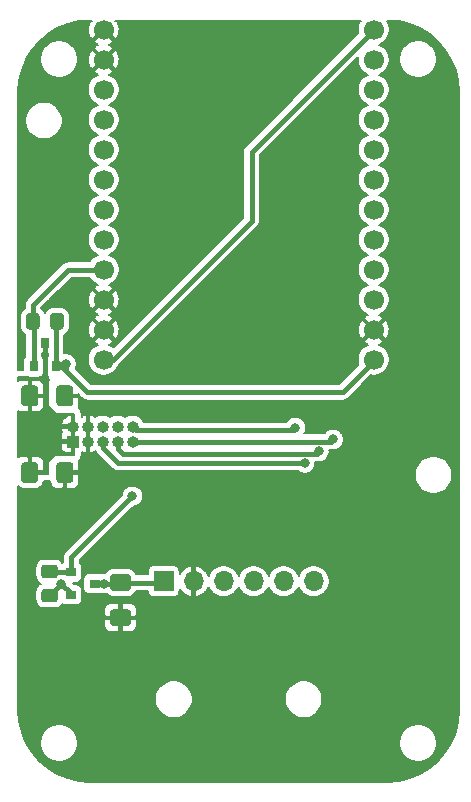
<source format=gbr>
%TF.GenerationSoftware,KiCad,Pcbnew,5.1.6*%
%TF.CreationDate,2020-09-04T21:44:15-07:00*%
%TF.ProjectId,sniffer,736e6966-6665-4722-9e6b-696361645f70,rev?*%
%TF.SameCoordinates,Original*%
%TF.FileFunction,Copper,L1,Top*%
%TF.FilePolarity,Positive*%
%FSLAX46Y46*%
G04 Gerber Fmt 4.6, Leading zero omitted, Abs format (unit mm)*
G04 Created by KiCad (PCBNEW 5.1.6) date 2020-09-04 21:44:15*
%MOMM*%
%LPD*%
G01*
G04 APERTURE LIST*
%TA.AperFunction,ComponentPad*%
%ADD10O,1.700000X1.700000*%
%TD*%
%TA.AperFunction,ComponentPad*%
%ADD11R,1.700000X1.700000*%
%TD*%
%TA.AperFunction,ComponentPad*%
%ADD12O,1.000000X1.000000*%
%TD*%
%TA.AperFunction,ComponentPad*%
%ADD13R,1.000000X1.000000*%
%TD*%
%TA.AperFunction,ComponentPad*%
%ADD14C,1.700000*%
%TD*%
%TA.AperFunction,SMDPad,CuDef*%
%ADD15R,0.900000X0.800000*%
%TD*%
%TA.AperFunction,SMDPad,CuDef*%
%ADD16R,0.800000X0.900000*%
%TD*%
%TA.AperFunction,ViaPad*%
%ADD17C,0.800000*%
%TD*%
%TA.AperFunction,Conductor*%
%ADD18C,0.400000*%
%TD*%
%TA.AperFunction,Conductor*%
%ADD19C,0.200000*%
%TD*%
G04 APERTURE END LIST*
D10*
%TO.P,J1,6*%
%TO.N,Net-(J1-Pad6)*%
X126350000Y-84000000D03*
%TO.P,J1,5*%
%TO.N,Net-(J1-Pad5)*%
X123810000Y-84000000D03*
%TO.P,J1,4*%
%TO.N,Net-(J1-Pad4)*%
X121270000Y-84000000D03*
%TO.P,J1,3*%
%TO.N,Net-(J1-Pad3)*%
X118730000Y-84000000D03*
%TO.P,J1,2*%
%TO.N,GND*%
X116190000Y-84000000D03*
D11*
%TO.P,J1,1*%
%TO.N,Net-(C1-Pad1)*%
X113650000Y-84000000D03*
%TD*%
D12*
%TO.P,J2,4*%
%TO.N,GND*%
X107230000Y-70900000D03*
%TO.P,J2,2*%
%TO.N,Net-(C2-Pad1)*%
X105960000Y-70900000D03*
%TO.P,J2,8*%
%TO.N,Net-(J2-Pad8)*%
X109770000Y-70900000D03*
%TO.P,J2,9*%
%TO.N,/PMS_TX*%
X111040000Y-72170000D03*
%TO.P,J2,10*%
%TO.N,/PMS_SET*%
X111040000Y-70900000D03*
%TO.P,J2,3*%
%TO.N,GND*%
X107230000Y-72170000D03*
%TO.P,J2,6*%
%TO.N,Net-(J2-Pad6)*%
X108500000Y-70900000D03*
%TO.P,J2,7*%
%TO.N,/PMS_RX*%
X109770000Y-72170000D03*
D13*
%TO.P,J2,1*%
%TO.N,Net-(C2-Pad1)*%
X105960000Y-72170000D03*
D12*
%TO.P,J2,5*%
%TO.N,/PMS_RESET*%
X108500000Y-72170000D03*
%TD*%
D14*
%TO.P,U1,3V3_0*%
%TO.N,+3V3*%
X108570000Y-65240000D03*
%TO.P,U1,GND_3*%
%TO.N,GND*%
X108570000Y-62700000D03*
%TO.P,U1,GND_2*%
X108570000Y-60160000D03*
%TO.P,U1,12*%
%TO.N,/PMS_PWR*%
X108570000Y-57620000D03*
%TO.P,U1,13*%
%TO.N,/BME_PWR*%
X108570000Y-55080000D03*
%TO.P,U1,15*%
%TO.N,Net-(U1-Pad15)*%
X108570000Y-52540000D03*
%TO.P,U1,2*%
%TO.N,Net-(U1-Pad2)*%
X108570000Y-50000000D03*
%TO.P,U1,17*%
%TO.N,Net-(U1-Pad17)*%
X108570000Y-47460000D03*
%TO.P,U1,22*%
%TO.N,/SCL*%
X108570000Y-44920000D03*
%TO.P,U1,21*%
%TO.N,/SDA*%
X108570000Y-42380000D03*
%TO.P,U1,GND_1*%
%TO.N,GND*%
X108570000Y-39840000D03*
%TO.P,U1,GND_0*%
X108570000Y-37300000D03*
%TO.P,U1,5V*%
%TO.N,+5V*%
X131430000Y-65240000D03*
%TO.P,U1,GND_4*%
%TO.N,GND*%
X131430000Y-62700000D03*
%TO.P,U1,27*%
%TO.N,Net-(JP7-Pad1)*%
X131430000Y-60160000D03*
%TO.P,U1,26*%
%TO.N,Net-(JP6-Pad1)*%
X131430000Y-57620000D03*
%TO.P,U1,25*%
%TO.N,Net-(JP5-Pad1)*%
X131430000Y-55080000D03*
%TO.P,U1,33*%
%TO.N,Net-(JP4-Pad1)*%
X131430000Y-52540000D03*
%TO.P,U1,32*%
%TO.N,Net-(U1-Pad32)*%
X131430000Y-50000000D03*
%TO.P,U1,39*%
%TO.N,Net-(U1-Pad39)*%
X131430000Y-47460000D03*
%TO.P,U1,38*%
%TO.N,Net-(U1-Pad38)*%
X131430000Y-44920000D03*
%TO.P,U1,37*%
%TO.N,Net-(U1-Pad37)*%
X131430000Y-42380000D03*
%TO.P,U1,36*%
%TO.N,Net-(U1-Pad36)*%
X131430000Y-39840000D03*
%TO.P,U1,3V3_1*%
%TO.N,+3V3*%
X131430000Y-37300000D03*
%TD*%
%TO.P,C1,2*%
%TO.N,GND*%
%TA.AperFunction,SMDPad,CuDef*%
G36*
G01*
X109375000Y-86375000D02*
X110625000Y-86375000D01*
G75*
G02*
X110875000Y-86625000I0J-250000D01*
G01*
X110875000Y-87550000D01*
G75*
G02*
X110625000Y-87800000I-250000J0D01*
G01*
X109375000Y-87800000D01*
G75*
G02*
X109125000Y-87550000I0J250000D01*
G01*
X109125000Y-86625000D01*
G75*
G02*
X109375000Y-86375000I250000J0D01*
G01*
G37*
%TD.AperFunction*%
%TO.P,C1,1*%
%TO.N,Net-(C1-Pad1)*%
%TA.AperFunction,SMDPad,CuDef*%
G36*
G01*
X109375000Y-83400000D02*
X110625000Y-83400000D01*
G75*
G02*
X110875000Y-83650000I0J-250000D01*
G01*
X110875000Y-84575000D01*
G75*
G02*
X110625000Y-84825000I-250000J0D01*
G01*
X109375000Y-84825000D01*
G75*
G02*
X109125000Y-84575000I0J250000D01*
G01*
X109125000Y-83650000D01*
G75*
G02*
X109375000Y-83400000I250000J0D01*
G01*
G37*
%TD.AperFunction*%
%TD*%
%TO.P,C2,2*%
%TO.N,GND*%
%TA.AperFunction,SMDPad,CuDef*%
G36*
G01*
X104575000Y-75425000D02*
X104575000Y-74175000D01*
G75*
G02*
X104825000Y-73925000I250000J0D01*
G01*
X105750000Y-73925000D01*
G75*
G02*
X106000000Y-74175000I0J-250000D01*
G01*
X106000000Y-75425000D01*
G75*
G02*
X105750000Y-75675000I-250000J0D01*
G01*
X104825000Y-75675000D01*
G75*
G02*
X104575000Y-75425000I0J250000D01*
G01*
G37*
%TD.AperFunction*%
%TO.P,C2,1*%
%TO.N,Net-(C2-Pad1)*%
%TA.AperFunction,SMDPad,CuDef*%
G36*
G01*
X101600000Y-75425000D02*
X101600000Y-74175000D01*
G75*
G02*
X101850000Y-73925000I250000J0D01*
G01*
X102775000Y-73925000D01*
G75*
G02*
X103025000Y-74175000I0J-250000D01*
G01*
X103025000Y-75425000D01*
G75*
G02*
X102775000Y-75675000I-250000J0D01*
G01*
X101850000Y-75675000D01*
G75*
G02*
X101600000Y-75425000I0J250000D01*
G01*
G37*
%TD.AperFunction*%
%TD*%
%TO.P,C3,2*%
%TO.N,GND*%
%TA.AperFunction,SMDPad,CuDef*%
G36*
G01*
X104575000Y-68925000D02*
X104575000Y-67675000D01*
G75*
G02*
X104825000Y-67425000I250000J0D01*
G01*
X105750000Y-67425000D01*
G75*
G02*
X106000000Y-67675000I0J-250000D01*
G01*
X106000000Y-68925000D01*
G75*
G02*
X105750000Y-69175000I-250000J0D01*
G01*
X104825000Y-69175000D01*
G75*
G02*
X104575000Y-68925000I0J250000D01*
G01*
G37*
%TD.AperFunction*%
%TO.P,C3,1*%
%TO.N,Net-(C2-Pad1)*%
%TA.AperFunction,SMDPad,CuDef*%
G36*
G01*
X101600000Y-68925000D02*
X101600000Y-67675000D01*
G75*
G02*
X101850000Y-67425000I250000J0D01*
G01*
X102775000Y-67425000D01*
G75*
G02*
X103025000Y-67675000I0J-250000D01*
G01*
X103025000Y-68925000D01*
G75*
G02*
X102775000Y-69175000I-250000J0D01*
G01*
X101850000Y-69175000D01*
G75*
G02*
X101600000Y-68925000I0J250000D01*
G01*
G37*
%TD.AperFunction*%
%TD*%
D15*
%TO.P,Q1,3*%
%TO.N,Net-(C1-Pad1)*%
X107800000Y-84200000D03*
%TO.P,Q1,2*%
%TO.N,+3V3*%
X105800000Y-85150000D03*
%TO.P,Q1,1*%
%TO.N,/BME_PWR*%
X105800000Y-83250000D03*
%TD*%
D16*
%TO.P,Q2,3*%
%TO.N,Net-(C2-Pad1)*%
X103600000Y-63800000D03*
%TO.P,Q2,2*%
%TO.N,+5V*%
X104550000Y-65800000D03*
%TO.P,Q2,1*%
%TO.N,/PMS_PWR*%
X102650000Y-65800000D03*
%TD*%
%TO.P,R1,2*%
%TO.N,+3V3*%
%TA.AperFunction,SMDPad,CuDef*%
G36*
G01*
X103549999Y-84650000D02*
X104450001Y-84650000D01*
G75*
G02*
X104700000Y-84899999I0J-249999D01*
G01*
X104700000Y-85550001D01*
G75*
G02*
X104450001Y-85800000I-249999J0D01*
G01*
X103549999Y-85800000D01*
G75*
G02*
X103300000Y-85550001I0J249999D01*
G01*
X103300000Y-84899999D01*
G75*
G02*
X103549999Y-84650000I249999J0D01*
G01*
G37*
%TD.AperFunction*%
%TO.P,R1,1*%
%TO.N,/BME_PWR*%
%TA.AperFunction,SMDPad,CuDef*%
G36*
G01*
X103549999Y-82600000D02*
X104450001Y-82600000D01*
G75*
G02*
X104700000Y-82849999I0J-249999D01*
G01*
X104700000Y-83500001D01*
G75*
G02*
X104450001Y-83750000I-249999J0D01*
G01*
X103549999Y-83750000D01*
G75*
G02*
X103300000Y-83500001I0J249999D01*
G01*
X103300000Y-82849999D01*
G75*
G02*
X103549999Y-82600000I249999J0D01*
G01*
G37*
%TD.AperFunction*%
%TD*%
%TO.P,R2,2*%
%TO.N,+5V*%
%TA.AperFunction,SMDPad,CuDef*%
G36*
G01*
X104050000Y-62450001D02*
X104050000Y-61549999D01*
G75*
G02*
X104299999Y-61300000I249999J0D01*
G01*
X104950001Y-61300000D01*
G75*
G02*
X105200000Y-61549999I0J-249999D01*
G01*
X105200000Y-62450001D01*
G75*
G02*
X104950001Y-62700000I-249999J0D01*
G01*
X104299999Y-62700000D01*
G75*
G02*
X104050000Y-62450001I0J249999D01*
G01*
G37*
%TD.AperFunction*%
%TO.P,R2,1*%
%TO.N,/PMS_PWR*%
%TA.AperFunction,SMDPad,CuDef*%
G36*
G01*
X102000000Y-62450001D02*
X102000000Y-61549999D01*
G75*
G02*
X102249999Y-61300000I249999J0D01*
G01*
X102900001Y-61300000D01*
G75*
G02*
X103150000Y-61549999I0J-249999D01*
G01*
X103150000Y-62450001D01*
G75*
G02*
X102900001Y-62700000I-249999J0D01*
G01*
X102249999Y-62700000D01*
G75*
G02*
X102000000Y-62450001I0J249999D01*
G01*
G37*
%TD.AperFunction*%
%TD*%
D17*
%TO.N,+3V3*%
X105000000Y-84200000D03*
%TO.N,+5V*%
X105400000Y-65600000D03*
%TO.N,/PMS_RESET*%
X125600000Y-74000000D03*
%TO.N,/PMS_RX*%
X126800000Y-73000000D03*
%TO.N,/PMS_TX*%
X128000000Y-72000000D03*
%TO.N,/PMS_SET*%
X124800000Y-71000000D03*
%TO.N,Net-(C1-Pad1)*%
X108600000Y-84200000D03*
%TO.N,Net-(C2-Pad1)*%
X103600000Y-67000000D03*
%TO.N,/BME_PWR*%
X111000000Y-76800000D03*
%TD*%
D18*
%TO.N,+3V3*%
X121100000Y-47630000D02*
X131430000Y-37300000D01*
X121100000Y-53500000D02*
X121100000Y-47630000D01*
X109360000Y-65240000D02*
X121100000Y-53500000D01*
X108570000Y-65240000D02*
X109360000Y-65240000D01*
X104075000Y-85150000D02*
X104000000Y-85225000D01*
X104000000Y-85200000D02*
X105000000Y-84200000D01*
X104000000Y-85225000D02*
X104000000Y-85200000D01*
X105800000Y-85000000D02*
X105000000Y-84200000D01*
X105800000Y-85150000D02*
X105800000Y-85000000D01*
%TO.N,+5V*%
X104550000Y-62075000D02*
X104625000Y-62000000D01*
X104800000Y-62175000D02*
X104625000Y-62000000D01*
X104550000Y-65800000D02*
X104550000Y-63850000D01*
X104550000Y-63750000D02*
X104550000Y-63550000D01*
X104550000Y-63550000D02*
X104550000Y-62075000D01*
X104550000Y-63850000D02*
X104550000Y-63550000D01*
X104700000Y-65950000D02*
X104550000Y-65800000D01*
X105400000Y-66200000D02*
X105400000Y-65600000D01*
X104550000Y-65800000D02*
X104800000Y-65800000D01*
X105000000Y-65800000D02*
X105400000Y-66200000D01*
X104550000Y-65800000D02*
X105000000Y-65800000D01*
X104750000Y-65600000D02*
X104550000Y-65800000D01*
X105400000Y-65600000D02*
X104750000Y-65600000D01*
X107200000Y-68000000D02*
X105400000Y-66200000D01*
X128800000Y-68000000D02*
X107200000Y-68000000D01*
X131430000Y-65370000D02*
X128800000Y-68000000D01*
X131430000Y-65240000D02*
X131430000Y-65370000D01*
%TO.N,/PMS_RESET*%
X108500000Y-72700000D02*
X108500000Y-72170000D01*
X109800000Y-74000000D02*
X108500000Y-72700000D01*
X125600000Y-74000000D02*
X109800000Y-74000000D01*
%TO.N,/PMS_RX*%
X109770000Y-72170000D02*
X109770000Y-72770000D01*
X109770000Y-72770000D02*
X110200000Y-73200000D01*
X126600000Y-73200000D02*
X126800000Y-73000000D01*
X110200000Y-73200000D02*
X126600000Y-73200000D01*
%TO.N,/PMS_TX*%
X127830000Y-72170000D02*
X128000000Y-72000000D01*
X111040000Y-72170000D02*
X127830000Y-72170000D01*
%TO.N,/PMS_SET*%
X124600000Y-71200000D02*
X124800000Y-71000000D01*
X111340000Y-71200000D02*
X124600000Y-71200000D01*
X111040000Y-70900000D02*
X111340000Y-71200000D01*
%TO.N,Net-(C1-Pad1)*%
X113537500Y-84112500D02*
X113650000Y-84000000D01*
X110000000Y-84112500D02*
X113537500Y-84112500D01*
X109912500Y-84200000D02*
X110000000Y-84112500D01*
X107800000Y-84200000D02*
X108600000Y-84200000D01*
X108600000Y-84200000D02*
X109912500Y-84200000D01*
%TO.N,Net-(C2-Pad1)*%
X103600000Y-63800000D02*
X103600000Y-67000000D01*
%TO.N,/BME_PWR*%
X105850000Y-81950000D02*
X111000000Y-76800000D01*
X105850000Y-83050000D02*
X105850000Y-81950000D01*
X104075000Y-83250000D02*
X104000000Y-83175000D01*
X105800000Y-83250000D02*
X104075000Y-83250000D01*
%TO.N,/PMS_PWR*%
X102650000Y-62075000D02*
X102575000Y-62000000D01*
X102650000Y-65800000D02*
X102650000Y-62075000D01*
X102575000Y-62000000D02*
X102575000Y-60625000D01*
X105580000Y-57620000D02*
X108570000Y-57620000D01*
X102575000Y-60625000D02*
X105580000Y-57620000D01*
%TD*%
D19*
%TO.N,GND*%
G36*
X107416750Y-36585722D02*
G01*
X107299560Y-36824435D01*
X107231193Y-37081423D01*
X107214275Y-37346810D01*
X107249458Y-37610399D01*
X107335387Y-37862061D01*
X107416750Y-38014278D01*
X107631340Y-38097238D01*
X108428579Y-37300000D01*
X108414436Y-37285858D01*
X108555858Y-37144436D01*
X108570000Y-37158579D01*
X108584142Y-37144436D01*
X108725564Y-37285858D01*
X108711421Y-37300000D01*
X109508660Y-38097238D01*
X109723250Y-38014278D01*
X109840440Y-37775565D01*
X109908807Y-37518577D01*
X109925725Y-37253190D01*
X109890542Y-36989601D01*
X109804613Y-36737939D01*
X109723250Y-36585722D01*
X109566182Y-36525000D01*
X130324208Y-36525000D01*
X130233646Y-36660535D01*
X130131880Y-36906220D01*
X130080000Y-37167037D01*
X130080000Y-37432963D01*
X130117676Y-37622374D01*
X120629342Y-47110709D01*
X120602631Y-47132630D01*
X120580710Y-47159341D01*
X120580708Y-47159343D01*
X120515155Y-47239219D01*
X120450155Y-47360826D01*
X120410129Y-47492777D01*
X120396613Y-47630000D01*
X120400001Y-47664397D01*
X120400000Y-53210051D01*
X109423435Y-64186616D01*
X109209465Y-64043646D01*
X109030201Y-63969393D01*
X109132061Y-63934613D01*
X109284278Y-63853250D01*
X109367238Y-63638660D01*
X108570000Y-62841421D01*
X107772762Y-63638660D01*
X107855722Y-63853250D01*
X108094435Y-63970440D01*
X108102250Y-63972519D01*
X107930535Y-64043646D01*
X107709425Y-64191387D01*
X107521387Y-64379425D01*
X107373646Y-64600535D01*
X107271880Y-64846220D01*
X107220000Y-65107037D01*
X107220000Y-65372963D01*
X107271880Y-65633780D01*
X107373646Y-65879465D01*
X107521387Y-66100575D01*
X107709425Y-66288613D01*
X107930535Y-66436354D01*
X108176220Y-66538120D01*
X108437037Y-66590000D01*
X108702963Y-66590000D01*
X108963780Y-66538120D01*
X109209465Y-66436354D01*
X109430575Y-66288613D01*
X109618613Y-66100575D01*
X109766354Y-65879465D01*
X109808650Y-65777353D01*
X109857370Y-65737370D01*
X109879296Y-65710653D01*
X112843139Y-62746810D01*
X130074275Y-62746810D01*
X130109458Y-63010399D01*
X130195387Y-63262061D01*
X130276750Y-63414278D01*
X130491340Y-63497238D01*
X131288579Y-62700000D01*
X131571421Y-62700000D01*
X132368660Y-63497238D01*
X132583250Y-63414278D01*
X132700440Y-63175565D01*
X132768807Y-62918577D01*
X132785725Y-62653190D01*
X132750542Y-62389601D01*
X132664613Y-62137939D01*
X132583250Y-61985722D01*
X132368660Y-61902762D01*
X131571421Y-62700000D01*
X131288579Y-62700000D01*
X130491340Y-61902762D01*
X130276750Y-61985722D01*
X130159560Y-62224435D01*
X130091193Y-62481423D01*
X130074275Y-62746810D01*
X112843139Y-62746810D01*
X121570658Y-54019291D01*
X121597369Y-53997370D01*
X121628807Y-53959063D01*
X121684845Y-53890782D01*
X121749845Y-53769175D01*
X121759801Y-53736354D01*
X121789872Y-53637224D01*
X121800000Y-53534390D01*
X121800000Y-53534388D01*
X121803387Y-53500001D01*
X121800000Y-53465614D01*
X121800000Y-47919949D01*
X130096658Y-39623292D01*
X130080000Y-39707037D01*
X130080000Y-39972963D01*
X130131880Y-40233780D01*
X130233646Y-40479465D01*
X130381387Y-40700575D01*
X130569425Y-40888613D01*
X130790535Y-41036354D01*
X130968332Y-41110000D01*
X130790535Y-41183646D01*
X130569425Y-41331387D01*
X130381387Y-41519425D01*
X130233646Y-41740535D01*
X130131880Y-41986220D01*
X130080000Y-42247037D01*
X130080000Y-42512963D01*
X130131880Y-42773780D01*
X130233646Y-43019465D01*
X130381387Y-43240575D01*
X130569425Y-43428613D01*
X130790535Y-43576354D01*
X130968332Y-43650000D01*
X130790535Y-43723646D01*
X130569425Y-43871387D01*
X130381387Y-44059425D01*
X130233646Y-44280535D01*
X130131880Y-44526220D01*
X130080000Y-44787037D01*
X130080000Y-45052963D01*
X130131880Y-45313780D01*
X130233646Y-45559465D01*
X130381387Y-45780575D01*
X130569425Y-45968613D01*
X130790535Y-46116354D01*
X130968332Y-46190000D01*
X130790535Y-46263646D01*
X130569425Y-46411387D01*
X130381387Y-46599425D01*
X130233646Y-46820535D01*
X130131880Y-47066220D01*
X130080000Y-47327037D01*
X130080000Y-47592963D01*
X130131880Y-47853780D01*
X130233646Y-48099465D01*
X130381387Y-48320575D01*
X130569425Y-48508613D01*
X130790535Y-48656354D01*
X130968332Y-48730000D01*
X130790535Y-48803646D01*
X130569425Y-48951387D01*
X130381387Y-49139425D01*
X130233646Y-49360535D01*
X130131880Y-49606220D01*
X130080000Y-49867037D01*
X130080000Y-50132963D01*
X130131880Y-50393780D01*
X130233646Y-50639465D01*
X130381387Y-50860575D01*
X130569425Y-51048613D01*
X130790535Y-51196354D01*
X130968332Y-51270000D01*
X130790535Y-51343646D01*
X130569425Y-51491387D01*
X130381387Y-51679425D01*
X130233646Y-51900535D01*
X130131880Y-52146220D01*
X130080000Y-52407037D01*
X130080000Y-52672963D01*
X130131880Y-52933780D01*
X130233646Y-53179465D01*
X130381387Y-53400575D01*
X130569425Y-53588613D01*
X130790535Y-53736354D01*
X130968332Y-53810000D01*
X130790535Y-53883646D01*
X130569425Y-54031387D01*
X130381387Y-54219425D01*
X130233646Y-54440535D01*
X130131880Y-54686220D01*
X130080000Y-54947037D01*
X130080000Y-55212963D01*
X130131880Y-55473780D01*
X130233646Y-55719465D01*
X130381387Y-55940575D01*
X130569425Y-56128613D01*
X130790535Y-56276354D01*
X130968332Y-56350000D01*
X130790535Y-56423646D01*
X130569425Y-56571387D01*
X130381387Y-56759425D01*
X130233646Y-56980535D01*
X130131880Y-57226220D01*
X130080000Y-57487037D01*
X130080000Y-57752963D01*
X130131880Y-58013780D01*
X130233646Y-58259465D01*
X130381387Y-58480575D01*
X130569425Y-58668613D01*
X130790535Y-58816354D01*
X130968332Y-58890000D01*
X130790535Y-58963646D01*
X130569425Y-59111387D01*
X130381387Y-59299425D01*
X130233646Y-59520535D01*
X130131880Y-59766220D01*
X130080000Y-60027037D01*
X130080000Y-60292963D01*
X130131880Y-60553780D01*
X130233646Y-60799465D01*
X130381387Y-61020575D01*
X130569425Y-61208613D01*
X130790535Y-61356354D01*
X130969799Y-61430607D01*
X130867939Y-61465387D01*
X130715722Y-61546750D01*
X130632762Y-61761340D01*
X131430000Y-62558579D01*
X132227238Y-61761340D01*
X132144278Y-61546750D01*
X131905565Y-61429560D01*
X131897750Y-61427481D01*
X132069465Y-61356354D01*
X132290575Y-61208613D01*
X132478613Y-61020575D01*
X132626354Y-60799465D01*
X132728120Y-60553780D01*
X132780000Y-60292963D01*
X132780000Y-60027037D01*
X132728120Y-59766220D01*
X132626354Y-59520535D01*
X132478613Y-59299425D01*
X132290575Y-59111387D01*
X132069465Y-58963646D01*
X131891668Y-58890000D01*
X132069465Y-58816354D01*
X132290575Y-58668613D01*
X132478613Y-58480575D01*
X132626354Y-58259465D01*
X132728120Y-58013780D01*
X132780000Y-57752963D01*
X132780000Y-57487037D01*
X132728120Y-57226220D01*
X132626354Y-56980535D01*
X132478613Y-56759425D01*
X132290575Y-56571387D01*
X132069465Y-56423646D01*
X131891668Y-56350000D01*
X132069465Y-56276354D01*
X132290575Y-56128613D01*
X132478613Y-55940575D01*
X132626354Y-55719465D01*
X132728120Y-55473780D01*
X132780000Y-55212963D01*
X132780000Y-54947037D01*
X132728120Y-54686220D01*
X132626354Y-54440535D01*
X132478613Y-54219425D01*
X132290575Y-54031387D01*
X132069465Y-53883646D01*
X131891668Y-53810000D01*
X132069465Y-53736354D01*
X132290575Y-53588613D01*
X132478613Y-53400575D01*
X132626354Y-53179465D01*
X132728120Y-52933780D01*
X132780000Y-52672963D01*
X132780000Y-52407037D01*
X132728120Y-52146220D01*
X132626354Y-51900535D01*
X132478613Y-51679425D01*
X132290575Y-51491387D01*
X132069465Y-51343646D01*
X131891668Y-51270000D01*
X132069465Y-51196354D01*
X132290575Y-51048613D01*
X132478613Y-50860575D01*
X132626354Y-50639465D01*
X132728120Y-50393780D01*
X132780000Y-50132963D01*
X132780000Y-49867037D01*
X132728120Y-49606220D01*
X132626354Y-49360535D01*
X132478613Y-49139425D01*
X132290575Y-48951387D01*
X132069465Y-48803646D01*
X131891668Y-48730000D01*
X132069465Y-48656354D01*
X132290575Y-48508613D01*
X132478613Y-48320575D01*
X132626354Y-48099465D01*
X132728120Y-47853780D01*
X132780000Y-47592963D01*
X132780000Y-47327037D01*
X132728120Y-47066220D01*
X132626354Y-46820535D01*
X132478613Y-46599425D01*
X132290575Y-46411387D01*
X132069465Y-46263646D01*
X131891668Y-46190000D01*
X132069465Y-46116354D01*
X132290575Y-45968613D01*
X132478613Y-45780575D01*
X132626354Y-45559465D01*
X132728120Y-45313780D01*
X132780000Y-45052963D01*
X132780000Y-44787037D01*
X132728120Y-44526220D01*
X132626354Y-44280535D01*
X132478613Y-44059425D01*
X132290575Y-43871387D01*
X132069465Y-43723646D01*
X131891668Y-43650000D01*
X132069465Y-43576354D01*
X132290575Y-43428613D01*
X132478613Y-43240575D01*
X132626354Y-43019465D01*
X132728120Y-42773780D01*
X132780000Y-42512963D01*
X132780000Y-42247037D01*
X132728120Y-41986220D01*
X132626354Y-41740535D01*
X132478613Y-41519425D01*
X132290575Y-41331387D01*
X132069465Y-41183646D01*
X131891668Y-41110000D01*
X132069465Y-41036354D01*
X132290575Y-40888613D01*
X132478613Y-40700575D01*
X132626354Y-40479465D01*
X132728120Y-40233780D01*
X132780000Y-39972963D01*
X132780000Y-39707037D01*
X132767146Y-39642414D01*
X133600000Y-39642414D01*
X133600000Y-39957586D01*
X133661487Y-40266703D01*
X133782098Y-40557884D01*
X133957199Y-40819941D01*
X134180059Y-41042801D01*
X134442116Y-41217902D01*
X134733297Y-41338513D01*
X135042414Y-41400000D01*
X135357586Y-41400000D01*
X135666703Y-41338513D01*
X135957884Y-41217902D01*
X136219941Y-41042801D01*
X136442801Y-40819941D01*
X136617902Y-40557884D01*
X136738513Y-40266703D01*
X136800000Y-39957586D01*
X136800000Y-39642414D01*
X136738513Y-39333297D01*
X136617902Y-39042116D01*
X136442801Y-38780059D01*
X136219941Y-38557199D01*
X135957884Y-38382098D01*
X135666703Y-38261487D01*
X135357586Y-38200000D01*
X135042414Y-38200000D01*
X134733297Y-38261487D01*
X134442116Y-38382098D01*
X134180059Y-38557199D01*
X133957199Y-38780059D01*
X133782098Y-39042116D01*
X133661487Y-39333297D01*
X133600000Y-39642414D01*
X132767146Y-39642414D01*
X132728120Y-39446220D01*
X132626354Y-39200535D01*
X132478613Y-38979425D01*
X132290575Y-38791387D01*
X132069465Y-38643646D01*
X131891668Y-38570000D01*
X132069465Y-38496354D01*
X132290575Y-38348613D01*
X132478613Y-38160575D01*
X132626354Y-37939465D01*
X132728120Y-37693780D01*
X132780000Y-37432963D01*
X132780000Y-37167037D01*
X132728120Y-36906220D01*
X132626354Y-36660535D01*
X132535792Y-36525000D01*
X132579368Y-36525000D01*
X133550088Y-36601397D01*
X134476774Y-36823875D01*
X135357256Y-37188583D01*
X136169841Y-37686534D01*
X136894526Y-38305474D01*
X137513464Y-39030157D01*
X138011417Y-39842744D01*
X138376125Y-40723226D01*
X138598602Y-41649910D01*
X138675000Y-42620632D01*
X138675001Y-94879355D01*
X138598602Y-95850090D01*
X138376125Y-96776774D01*
X138011417Y-97657256D01*
X137513464Y-98469843D01*
X136894526Y-99194526D01*
X136169841Y-99813466D01*
X135357256Y-100311417D01*
X134476774Y-100676125D01*
X133550088Y-100898603D01*
X132579368Y-100975000D01*
X107420632Y-100975000D01*
X106449910Y-100898602D01*
X105523226Y-100676125D01*
X104642744Y-100311417D01*
X103830157Y-99813464D01*
X103105474Y-99194526D01*
X102486534Y-98469841D01*
X101988583Y-97657256D01*
X101941014Y-97542414D01*
X103200000Y-97542414D01*
X103200000Y-97857586D01*
X103261487Y-98166703D01*
X103382098Y-98457884D01*
X103557199Y-98719941D01*
X103780059Y-98942801D01*
X104042116Y-99117902D01*
X104333297Y-99238513D01*
X104642414Y-99300000D01*
X104957586Y-99300000D01*
X105266703Y-99238513D01*
X105557884Y-99117902D01*
X105819941Y-98942801D01*
X106042801Y-98719941D01*
X106217902Y-98457884D01*
X106338513Y-98166703D01*
X106400000Y-97857586D01*
X106400000Y-97542414D01*
X133600000Y-97542414D01*
X133600000Y-97857586D01*
X133661487Y-98166703D01*
X133782098Y-98457884D01*
X133957199Y-98719941D01*
X134180059Y-98942801D01*
X134442116Y-99117902D01*
X134733297Y-99238513D01*
X135042414Y-99300000D01*
X135357586Y-99300000D01*
X135666703Y-99238513D01*
X135957884Y-99117902D01*
X136219941Y-98942801D01*
X136442801Y-98719941D01*
X136617902Y-98457884D01*
X136738513Y-98166703D01*
X136800000Y-97857586D01*
X136800000Y-97542414D01*
X136738513Y-97233297D01*
X136617902Y-96942116D01*
X136442801Y-96680059D01*
X136219941Y-96457199D01*
X135957884Y-96282098D01*
X135666703Y-96161487D01*
X135357586Y-96100000D01*
X135042414Y-96100000D01*
X134733297Y-96161487D01*
X134442116Y-96282098D01*
X134180059Y-96457199D01*
X133957199Y-96680059D01*
X133782098Y-96942116D01*
X133661487Y-97233297D01*
X133600000Y-97542414D01*
X106400000Y-97542414D01*
X106338513Y-97233297D01*
X106217902Y-96942116D01*
X106042801Y-96680059D01*
X105819941Y-96457199D01*
X105557884Y-96282098D01*
X105266703Y-96161487D01*
X104957586Y-96100000D01*
X104642414Y-96100000D01*
X104333297Y-96161487D01*
X104042116Y-96282098D01*
X103780059Y-96457199D01*
X103557199Y-96680059D01*
X103382098Y-96942116D01*
X103261487Y-97233297D01*
X103200000Y-97542414D01*
X101941014Y-97542414D01*
X101623875Y-96776774D01*
X101401397Y-95850088D01*
X101325000Y-94879368D01*
X101325000Y-93842414D01*
X112900000Y-93842414D01*
X112900000Y-94157586D01*
X112961487Y-94466703D01*
X113082098Y-94757884D01*
X113257199Y-95019941D01*
X113480059Y-95242801D01*
X113742116Y-95417902D01*
X114033297Y-95538513D01*
X114342414Y-95600000D01*
X114657586Y-95600000D01*
X114966703Y-95538513D01*
X115257884Y-95417902D01*
X115519941Y-95242801D01*
X115742801Y-95019941D01*
X115917902Y-94757884D01*
X116038513Y-94466703D01*
X116100000Y-94157586D01*
X116100000Y-93842414D01*
X123900000Y-93842414D01*
X123900000Y-94157586D01*
X123961487Y-94466703D01*
X124082098Y-94757884D01*
X124257199Y-95019941D01*
X124480059Y-95242801D01*
X124742116Y-95417902D01*
X125033297Y-95538513D01*
X125342414Y-95600000D01*
X125657586Y-95600000D01*
X125966703Y-95538513D01*
X126257884Y-95417902D01*
X126519941Y-95242801D01*
X126742801Y-95019941D01*
X126917902Y-94757884D01*
X127038513Y-94466703D01*
X127100000Y-94157586D01*
X127100000Y-93842414D01*
X127038513Y-93533297D01*
X126917902Y-93242116D01*
X126742801Y-92980059D01*
X126519941Y-92757199D01*
X126257884Y-92582098D01*
X125966703Y-92461487D01*
X125657586Y-92400000D01*
X125342414Y-92400000D01*
X125033297Y-92461487D01*
X124742116Y-92582098D01*
X124480059Y-92757199D01*
X124257199Y-92980059D01*
X124082098Y-93242116D01*
X123961487Y-93533297D01*
X123900000Y-93842414D01*
X116100000Y-93842414D01*
X116038513Y-93533297D01*
X115917902Y-93242116D01*
X115742801Y-92980059D01*
X115519941Y-92757199D01*
X115257884Y-92582098D01*
X114966703Y-92461487D01*
X114657586Y-92400000D01*
X114342414Y-92400000D01*
X114033297Y-92461487D01*
X113742116Y-92582098D01*
X113480059Y-92757199D01*
X113257199Y-92980059D01*
X113082098Y-93242116D01*
X112961487Y-93533297D01*
X112900000Y-93842414D01*
X101325000Y-93842414D01*
X101325000Y-87800000D01*
X108622581Y-87800000D01*
X108632235Y-87898017D01*
X108660825Y-87992267D01*
X108707254Y-88079129D01*
X108769736Y-88155264D01*
X108845871Y-88217746D01*
X108932733Y-88264175D01*
X109026983Y-88292765D01*
X109125000Y-88302419D01*
X109775000Y-88300000D01*
X109900000Y-88175000D01*
X109900000Y-87187500D01*
X110100000Y-87187500D01*
X110100000Y-88175000D01*
X110225000Y-88300000D01*
X110875000Y-88302419D01*
X110973017Y-88292765D01*
X111067267Y-88264175D01*
X111154129Y-88217746D01*
X111230264Y-88155264D01*
X111292746Y-88079129D01*
X111339175Y-87992267D01*
X111367765Y-87898017D01*
X111377419Y-87800000D01*
X111375000Y-87312500D01*
X111250000Y-87187500D01*
X110100000Y-87187500D01*
X109900000Y-87187500D01*
X108750000Y-87187500D01*
X108625000Y-87312500D01*
X108622581Y-87800000D01*
X101325000Y-87800000D01*
X101325000Y-86375000D01*
X108622581Y-86375000D01*
X108625000Y-86862500D01*
X108750000Y-86987500D01*
X109900000Y-86987500D01*
X109900000Y-86000000D01*
X110100000Y-86000000D01*
X110100000Y-86987500D01*
X111250000Y-86987500D01*
X111375000Y-86862500D01*
X111377419Y-86375000D01*
X111367765Y-86276983D01*
X111339175Y-86182733D01*
X111292746Y-86095871D01*
X111230264Y-86019736D01*
X111154129Y-85957254D01*
X111067267Y-85910825D01*
X110973017Y-85882235D01*
X110875000Y-85872581D01*
X110225000Y-85875000D01*
X110100000Y-86000000D01*
X109900000Y-86000000D01*
X109775000Y-85875000D01*
X109125000Y-85872581D01*
X109026983Y-85882235D01*
X108932733Y-85910825D01*
X108845871Y-85957254D01*
X108769736Y-86019736D01*
X108707254Y-86095871D01*
X108660825Y-86182733D01*
X108632235Y-86276983D01*
X108622581Y-86375000D01*
X101325000Y-86375000D01*
X101325000Y-82849999D01*
X102797581Y-82849999D01*
X102797581Y-83500001D01*
X102812039Y-83646790D01*
X102854855Y-83787939D01*
X102924386Y-83918022D01*
X103017959Y-84032041D01*
X103131978Y-84125614D01*
X103262061Y-84195145D01*
X103278066Y-84200000D01*
X103262061Y-84204855D01*
X103131978Y-84274386D01*
X103017959Y-84367959D01*
X102924386Y-84481978D01*
X102854855Y-84612061D01*
X102812039Y-84753210D01*
X102797581Y-84899999D01*
X102797581Y-85550001D01*
X102812039Y-85696790D01*
X102854855Y-85837939D01*
X102924386Y-85968022D01*
X103017959Y-86082041D01*
X103131978Y-86175614D01*
X103262061Y-86245145D01*
X103403210Y-86287961D01*
X103549999Y-86302419D01*
X104450001Y-86302419D01*
X104596790Y-86287961D01*
X104737939Y-86245145D01*
X104868022Y-86175614D01*
X104982041Y-86082041D01*
X105074325Y-85969592D01*
X105157733Y-86014175D01*
X105251983Y-86042765D01*
X105350000Y-86052419D01*
X106250000Y-86052419D01*
X106348017Y-86042765D01*
X106442267Y-86014175D01*
X106529129Y-85967746D01*
X106605264Y-85905264D01*
X106667746Y-85829129D01*
X106714175Y-85742267D01*
X106742765Y-85648017D01*
X106752419Y-85550000D01*
X106752419Y-84750000D01*
X106742765Y-84651983D01*
X106714175Y-84557733D01*
X106667746Y-84470871D01*
X106605264Y-84394736D01*
X106529129Y-84332254D01*
X106442267Y-84285825D01*
X106348017Y-84257235D01*
X106250000Y-84247581D01*
X106037531Y-84247581D01*
X105942369Y-84152419D01*
X106250000Y-84152419D01*
X106348017Y-84142765D01*
X106442267Y-84114175D01*
X106529129Y-84067746D01*
X106605264Y-84005264D01*
X106667746Y-83929129D01*
X106714175Y-83842267D01*
X106726996Y-83800000D01*
X106847581Y-83800000D01*
X106847581Y-84600000D01*
X106857235Y-84698017D01*
X106885825Y-84792267D01*
X106932254Y-84879129D01*
X106994736Y-84955264D01*
X107070871Y-85017746D01*
X107157733Y-85064175D01*
X107251983Y-85092765D01*
X107350000Y-85102419D01*
X108250000Y-85102419D01*
X108348017Y-85092765D01*
X108398301Y-85077512D01*
X108511358Y-85100000D01*
X108688642Y-85100000D01*
X108816336Y-85074600D01*
X108842959Y-85107041D01*
X108956978Y-85200614D01*
X109087062Y-85270145D01*
X109228210Y-85312961D01*
X109375000Y-85327419D01*
X110625000Y-85327419D01*
X110771790Y-85312961D01*
X110912938Y-85270145D01*
X111043022Y-85200614D01*
X111157041Y-85107041D01*
X111250614Y-84993022D01*
X111320145Y-84862938D01*
X111335445Y-84812500D01*
X112297581Y-84812500D01*
X112297581Y-84850000D01*
X112307235Y-84948017D01*
X112335825Y-85042267D01*
X112382254Y-85129129D01*
X112444736Y-85205264D01*
X112520871Y-85267746D01*
X112607733Y-85314175D01*
X112701983Y-85342765D01*
X112800000Y-85352419D01*
X114500000Y-85352419D01*
X114598017Y-85342765D01*
X114692267Y-85314175D01*
X114779129Y-85267746D01*
X114855264Y-85205264D01*
X114917746Y-85129129D01*
X114964175Y-85042267D01*
X114992765Y-84948017D01*
X115002419Y-84850000D01*
X115002419Y-84630267D01*
X115094345Y-84788701D01*
X115269266Y-84987298D01*
X115479570Y-85147954D01*
X115717175Y-85264494D01*
X115880625Y-85314072D01*
X116090000Y-85220912D01*
X116090000Y-84100000D01*
X116070000Y-84100000D01*
X116070000Y-83900000D01*
X116090000Y-83900000D01*
X116090000Y-82779088D01*
X116290000Y-82779088D01*
X116290000Y-83900000D01*
X116310000Y-83900000D01*
X116310000Y-84100000D01*
X116290000Y-84100000D01*
X116290000Y-85220912D01*
X116499375Y-85314072D01*
X116662825Y-85264494D01*
X116900430Y-85147954D01*
X117110734Y-84987298D01*
X117285655Y-84788701D01*
X117418470Y-84559795D01*
X117455625Y-84451106D01*
X117533646Y-84639465D01*
X117681387Y-84860575D01*
X117869425Y-85048613D01*
X118090535Y-85196354D01*
X118336220Y-85298120D01*
X118597037Y-85350000D01*
X118862963Y-85350000D01*
X119123780Y-85298120D01*
X119369465Y-85196354D01*
X119590575Y-85048613D01*
X119778613Y-84860575D01*
X119926354Y-84639465D01*
X120000000Y-84461668D01*
X120073646Y-84639465D01*
X120221387Y-84860575D01*
X120409425Y-85048613D01*
X120630535Y-85196354D01*
X120876220Y-85298120D01*
X121137037Y-85350000D01*
X121402963Y-85350000D01*
X121663780Y-85298120D01*
X121909465Y-85196354D01*
X122130575Y-85048613D01*
X122318613Y-84860575D01*
X122466354Y-84639465D01*
X122540000Y-84461668D01*
X122613646Y-84639465D01*
X122761387Y-84860575D01*
X122949425Y-85048613D01*
X123170535Y-85196354D01*
X123416220Y-85298120D01*
X123677037Y-85350000D01*
X123942963Y-85350000D01*
X124203780Y-85298120D01*
X124449465Y-85196354D01*
X124670575Y-85048613D01*
X124858613Y-84860575D01*
X125006354Y-84639465D01*
X125080000Y-84461668D01*
X125153646Y-84639465D01*
X125301387Y-84860575D01*
X125489425Y-85048613D01*
X125710535Y-85196354D01*
X125956220Y-85298120D01*
X126217037Y-85350000D01*
X126482963Y-85350000D01*
X126743780Y-85298120D01*
X126989465Y-85196354D01*
X127210575Y-85048613D01*
X127398613Y-84860575D01*
X127546354Y-84639465D01*
X127648120Y-84393780D01*
X127700000Y-84132963D01*
X127700000Y-83867037D01*
X127648120Y-83606220D01*
X127546354Y-83360535D01*
X127398613Y-83139425D01*
X127210575Y-82951387D01*
X126989465Y-82803646D01*
X126743780Y-82701880D01*
X126482963Y-82650000D01*
X126217037Y-82650000D01*
X125956220Y-82701880D01*
X125710535Y-82803646D01*
X125489425Y-82951387D01*
X125301387Y-83139425D01*
X125153646Y-83360535D01*
X125080000Y-83538332D01*
X125006354Y-83360535D01*
X124858613Y-83139425D01*
X124670575Y-82951387D01*
X124449465Y-82803646D01*
X124203780Y-82701880D01*
X123942963Y-82650000D01*
X123677037Y-82650000D01*
X123416220Y-82701880D01*
X123170535Y-82803646D01*
X122949425Y-82951387D01*
X122761387Y-83139425D01*
X122613646Y-83360535D01*
X122540000Y-83538332D01*
X122466354Y-83360535D01*
X122318613Y-83139425D01*
X122130575Y-82951387D01*
X121909465Y-82803646D01*
X121663780Y-82701880D01*
X121402963Y-82650000D01*
X121137037Y-82650000D01*
X120876220Y-82701880D01*
X120630535Y-82803646D01*
X120409425Y-82951387D01*
X120221387Y-83139425D01*
X120073646Y-83360535D01*
X120000000Y-83538332D01*
X119926354Y-83360535D01*
X119778613Y-83139425D01*
X119590575Y-82951387D01*
X119369465Y-82803646D01*
X119123780Y-82701880D01*
X118862963Y-82650000D01*
X118597037Y-82650000D01*
X118336220Y-82701880D01*
X118090535Y-82803646D01*
X117869425Y-82951387D01*
X117681387Y-83139425D01*
X117533646Y-83360535D01*
X117455625Y-83548894D01*
X117418470Y-83440205D01*
X117285655Y-83211299D01*
X117110734Y-83012702D01*
X116900430Y-82852046D01*
X116662825Y-82735506D01*
X116499375Y-82685928D01*
X116290000Y-82779088D01*
X116090000Y-82779088D01*
X115880625Y-82685928D01*
X115717175Y-82735506D01*
X115479570Y-82852046D01*
X115269266Y-83012702D01*
X115094345Y-83211299D01*
X115002419Y-83369733D01*
X115002419Y-83150000D01*
X114992765Y-83051983D01*
X114964175Y-82957733D01*
X114917746Y-82870871D01*
X114855264Y-82794736D01*
X114779129Y-82732254D01*
X114692267Y-82685825D01*
X114598017Y-82657235D01*
X114500000Y-82647581D01*
X112800000Y-82647581D01*
X112701983Y-82657235D01*
X112607733Y-82685825D01*
X112520871Y-82732254D01*
X112444736Y-82794736D01*
X112382254Y-82870871D01*
X112335825Y-82957733D01*
X112307235Y-83051983D01*
X112297581Y-83150000D01*
X112297581Y-83412500D01*
X111335445Y-83412500D01*
X111320145Y-83362062D01*
X111250614Y-83231978D01*
X111157041Y-83117959D01*
X111043022Y-83024386D01*
X110912938Y-82954855D01*
X110771790Y-82912039D01*
X110625000Y-82897581D01*
X109375000Y-82897581D01*
X109228210Y-82912039D01*
X109087062Y-82954855D01*
X108956978Y-83024386D01*
X108842959Y-83117959D01*
X108749386Y-83231978D01*
X108710684Y-83304384D01*
X108688642Y-83300000D01*
X108511358Y-83300000D01*
X108398301Y-83322488D01*
X108348017Y-83307235D01*
X108250000Y-83297581D01*
X107350000Y-83297581D01*
X107251983Y-83307235D01*
X107157733Y-83335825D01*
X107070871Y-83382254D01*
X106994736Y-83444736D01*
X106932254Y-83520871D01*
X106885825Y-83607733D01*
X106857235Y-83701983D01*
X106847581Y-83800000D01*
X106726996Y-83800000D01*
X106742765Y-83748017D01*
X106752419Y-83650000D01*
X106752419Y-82850000D01*
X106742765Y-82751983D01*
X106714175Y-82657733D01*
X106667746Y-82570871D01*
X106605264Y-82494736D01*
X106550000Y-82449382D01*
X106550000Y-82239949D01*
X111090275Y-77699675D01*
X111262520Y-77665414D01*
X111426310Y-77597570D01*
X111573717Y-77499076D01*
X111699076Y-77373717D01*
X111797570Y-77226310D01*
X111865414Y-77062520D01*
X111900000Y-76888642D01*
X111900000Y-76711358D01*
X111865414Y-76537480D01*
X111797570Y-76373690D01*
X111699076Y-76226283D01*
X111573717Y-76100924D01*
X111426310Y-76002430D01*
X111262520Y-75934586D01*
X111088642Y-75900000D01*
X110911358Y-75900000D01*
X110737480Y-75934586D01*
X110573690Y-76002430D01*
X110426283Y-76100924D01*
X110300924Y-76226283D01*
X110202430Y-76373690D01*
X110134586Y-76537480D01*
X110100325Y-76709725D01*
X105379342Y-81430709D01*
X105352631Y-81452630D01*
X105330710Y-81479341D01*
X105330708Y-81479343D01*
X105265155Y-81559219D01*
X105200155Y-81680826D01*
X105160129Y-81812777D01*
X105146613Y-81950000D01*
X105150001Y-81984397D01*
X105150001Y-82389958D01*
X105074325Y-82430408D01*
X104982041Y-82317959D01*
X104868022Y-82224386D01*
X104737939Y-82154855D01*
X104596790Y-82112039D01*
X104450001Y-82097581D01*
X103549999Y-82097581D01*
X103403210Y-82112039D01*
X103262061Y-82154855D01*
X103131978Y-82224386D01*
X103017959Y-82317959D01*
X102924386Y-82431978D01*
X102854855Y-82562061D01*
X102812039Y-82703210D01*
X102797581Y-82849999D01*
X101325000Y-82849999D01*
X101325000Y-75962819D01*
X101431978Y-76050614D01*
X101562062Y-76120145D01*
X101703210Y-76162961D01*
X101850000Y-76177419D01*
X102775000Y-76177419D01*
X102921790Y-76162961D01*
X103062938Y-76120145D01*
X103193022Y-76050614D01*
X103307041Y-75957041D01*
X103400614Y-75843022D01*
X103470145Y-75712938D01*
X103512961Y-75571790D01*
X103520032Y-75500000D01*
X104000000Y-75500000D01*
X104073259Y-75492785D01*
X104072581Y-75675000D01*
X104082235Y-75773017D01*
X104110825Y-75867267D01*
X104157254Y-75954129D01*
X104219736Y-76030264D01*
X104295871Y-76092746D01*
X104382733Y-76139175D01*
X104476983Y-76167765D01*
X104575000Y-76177419D01*
X105062500Y-76175000D01*
X105187500Y-76050000D01*
X105187500Y-74900000D01*
X105387500Y-74900000D01*
X105387500Y-76050000D01*
X105512500Y-76175000D01*
X106000000Y-76177419D01*
X106098017Y-76167765D01*
X106192267Y-76139175D01*
X106279129Y-76092746D01*
X106355264Y-76030264D01*
X106417746Y-75954129D01*
X106464175Y-75867267D01*
X106492765Y-75773017D01*
X106502419Y-75675000D01*
X106500000Y-75025000D01*
X106375000Y-74900000D01*
X105387500Y-74900000D01*
X105187500Y-74900000D01*
X105167500Y-74900000D01*
X105167500Y-74700000D01*
X105187500Y-74700000D01*
X105187500Y-74680000D01*
X105387500Y-74680000D01*
X105387500Y-74700000D01*
X106375000Y-74700000D01*
X106500000Y-74575000D01*
X106502419Y-73925000D01*
X106492765Y-73826983D01*
X106487047Y-73808134D01*
X106553553Y-73753553D01*
X106615735Y-73677785D01*
X106661940Y-73591342D01*
X106690393Y-73497545D01*
X106700000Y-73400000D01*
X106700000Y-73108661D01*
X106739129Y-73087746D01*
X106776656Y-73056949D01*
X106904249Y-73115463D01*
X106975581Y-73137094D01*
X107130000Y-73039267D01*
X107130000Y-72270000D01*
X107110000Y-72270000D01*
X107110000Y-72070000D01*
X107130000Y-72070000D01*
X107130000Y-71000000D01*
X107110000Y-71000000D01*
X107110000Y-70800000D01*
X107130000Y-70800000D01*
X107130000Y-70030733D01*
X107330000Y-70030733D01*
X107330000Y-70800000D01*
X107350000Y-70800000D01*
X107350000Y-71000000D01*
X107330000Y-71000000D01*
X107330000Y-72070000D01*
X107350000Y-72070000D01*
X107350000Y-72270000D01*
X107330000Y-72270000D01*
X107330000Y-73039267D01*
X107484419Y-73137094D01*
X107555751Y-73115463D01*
X107733942Y-73033745D01*
X107845302Y-72953175D01*
X107850155Y-72969174D01*
X107915155Y-73090781D01*
X107953270Y-73137224D01*
X108002630Y-73197369D01*
X108029343Y-73219292D01*
X109280708Y-74470658D01*
X109302630Y-74497370D01*
X109329341Y-74519291D01*
X109329342Y-74519292D01*
X109409219Y-74584845D01*
X109530825Y-74649845D01*
X109662776Y-74689872D01*
X109800000Y-74703387D01*
X109834390Y-74700000D01*
X125027666Y-74700000D01*
X125173690Y-74797570D01*
X125337480Y-74865414D01*
X125511358Y-74900000D01*
X125688642Y-74900000D01*
X125862520Y-74865414D01*
X125918046Y-74842414D01*
X134900000Y-74842414D01*
X134900000Y-75157586D01*
X134961487Y-75466703D01*
X135082098Y-75757884D01*
X135257199Y-76019941D01*
X135480059Y-76242801D01*
X135742116Y-76417902D01*
X136033297Y-76538513D01*
X136342414Y-76600000D01*
X136657586Y-76600000D01*
X136966703Y-76538513D01*
X137257884Y-76417902D01*
X137519941Y-76242801D01*
X137742801Y-76019941D01*
X137917902Y-75757884D01*
X138038513Y-75466703D01*
X138100000Y-75157586D01*
X138100000Y-74842414D01*
X138038513Y-74533297D01*
X137917902Y-74242116D01*
X137742801Y-73980059D01*
X137519941Y-73757199D01*
X137257884Y-73582098D01*
X136966703Y-73461487D01*
X136657586Y-73400000D01*
X136342414Y-73400000D01*
X136033297Y-73461487D01*
X135742116Y-73582098D01*
X135480059Y-73757199D01*
X135257199Y-73980059D01*
X135082098Y-74242116D01*
X134961487Y-74533297D01*
X134900000Y-74842414D01*
X125918046Y-74842414D01*
X126026310Y-74797570D01*
X126173717Y-74699076D01*
X126299076Y-74573717D01*
X126397570Y-74426310D01*
X126465414Y-74262520D01*
X126500000Y-74088642D01*
X126500000Y-73911358D01*
X126497741Y-73900000D01*
X126565613Y-73900000D01*
X126600000Y-73903387D01*
X126634387Y-73900000D01*
X126634390Y-73900000D01*
X126685869Y-73894930D01*
X126711358Y-73900000D01*
X126888642Y-73900000D01*
X127062520Y-73865414D01*
X127226310Y-73797570D01*
X127373717Y-73699076D01*
X127499076Y-73573717D01*
X127597570Y-73426310D01*
X127665414Y-73262520D01*
X127700000Y-73088642D01*
X127700000Y-72911358D01*
X127691773Y-72870000D01*
X127760536Y-72870000D01*
X127911358Y-72900000D01*
X128088642Y-72900000D01*
X128262520Y-72865414D01*
X128426310Y-72797570D01*
X128573717Y-72699076D01*
X128699076Y-72573717D01*
X128797570Y-72426310D01*
X128865414Y-72262520D01*
X128900000Y-72088642D01*
X128900000Y-71911358D01*
X128865414Y-71737480D01*
X128797570Y-71573690D01*
X128699076Y-71426283D01*
X128573717Y-71300924D01*
X128426310Y-71202430D01*
X128262520Y-71134586D01*
X128088642Y-71100000D01*
X127911358Y-71100000D01*
X127737480Y-71134586D01*
X127573690Y-71202430D01*
X127426283Y-71300924D01*
X127300924Y-71426283D01*
X127271713Y-71470000D01*
X125568377Y-71470000D01*
X125597570Y-71426310D01*
X125665414Y-71262520D01*
X125700000Y-71088642D01*
X125700000Y-70911358D01*
X125665414Y-70737480D01*
X125597570Y-70573690D01*
X125499076Y-70426283D01*
X125373717Y-70300924D01*
X125226310Y-70202430D01*
X125062520Y-70134586D01*
X124888642Y-70100000D01*
X124711358Y-70100000D01*
X124537480Y-70134586D01*
X124373690Y-70202430D01*
X124226283Y-70300924D01*
X124100924Y-70426283D01*
X124051668Y-70500000D01*
X111956707Y-70500000D01*
X111926189Y-70426322D01*
X111816751Y-70262537D01*
X111677463Y-70123249D01*
X111513678Y-70013811D01*
X111331689Y-69938429D01*
X111138491Y-69900000D01*
X110941509Y-69900000D01*
X110748311Y-69938429D01*
X110566322Y-70013811D01*
X110405000Y-70121603D01*
X110243678Y-70013811D01*
X110061689Y-69938429D01*
X109868491Y-69900000D01*
X109671509Y-69900000D01*
X109478311Y-69938429D01*
X109296322Y-70013811D01*
X109135000Y-70121603D01*
X108973678Y-70013811D01*
X108791689Y-69938429D01*
X108598491Y-69900000D01*
X108401509Y-69900000D01*
X108208311Y-69938429D01*
X108026322Y-70013811D01*
X107862537Y-70123249D01*
X107859029Y-70126757D01*
X107733942Y-70036255D01*
X107555751Y-69954537D01*
X107484419Y-69932906D01*
X107330000Y-70030733D01*
X107130000Y-70030733D01*
X106975581Y-69932906D01*
X106904249Y-69954537D01*
X106726058Y-70036255D01*
X106700000Y-70055108D01*
X106700000Y-69725000D01*
X106691774Y-69634676D01*
X106664703Y-69540471D01*
X106619774Y-69453358D01*
X106558714Y-69376684D01*
X106483868Y-69313395D01*
X106480999Y-69311807D01*
X106492765Y-69273017D01*
X106502419Y-69175000D01*
X106500000Y-68525000D01*
X106375000Y-68400000D01*
X105387500Y-68400000D01*
X105387500Y-68420000D01*
X105187500Y-68420000D01*
X105187500Y-68400000D01*
X105167500Y-68400000D01*
X105167500Y-68200000D01*
X105187500Y-68200000D01*
X105187500Y-68180000D01*
X105387500Y-68180000D01*
X105387500Y-68200000D01*
X106375000Y-68200000D01*
X106392526Y-68182475D01*
X106680704Y-68470653D01*
X106702630Y-68497370D01*
X106809219Y-68584845D01*
X106930825Y-68649845D01*
X107062776Y-68689872D01*
X107165610Y-68700000D01*
X107165612Y-68700000D01*
X107199999Y-68703387D01*
X107234386Y-68700000D01*
X128765613Y-68700000D01*
X128800000Y-68703387D01*
X128834387Y-68700000D01*
X128834390Y-68700000D01*
X128937224Y-68689872D01*
X129069175Y-68649845D01*
X129190781Y-68584845D01*
X129297370Y-68497370D01*
X129319296Y-68470653D01*
X131216058Y-66573892D01*
X131297037Y-66590000D01*
X131562963Y-66590000D01*
X131823780Y-66538120D01*
X132069465Y-66436354D01*
X132290575Y-66288613D01*
X132478613Y-66100575D01*
X132626354Y-65879465D01*
X132728120Y-65633780D01*
X132780000Y-65372963D01*
X132780000Y-65107037D01*
X132728120Y-64846220D01*
X132626354Y-64600535D01*
X132478613Y-64379425D01*
X132290575Y-64191387D01*
X132069465Y-64043646D01*
X131890201Y-63969393D01*
X131992061Y-63934613D01*
X132144278Y-63853250D01*
X132227238Y-63638660D01*
X131430000Y-62841421D01*
X130632762Y-63638660D01*
X130715722Y-63853250D01*
X130954435Y-63970440D01*
X130962250Y-63972519D01*
X130790535Y-64043646D01*
X130569425Y-64191387D01*
X130381387Y-64379425D01*
X130233646Y-64600535D01*
X130131880Y-64846220D01*
X130080000Y-65107037D01*
X130080000Y-65372963D01*
X130131880Y-65633780D01*
X130144882Y-65665169D01*
X128510051Y-67300000D01*
X107489949Y-67300000D01*
X106203044Y-66013095D01*
X106265414Y-65862520D01*
X106300000Y-65688642D01*
X106300000Y-65511358D01*
X106265414Y-65337480D01*
X106197570Y-65173690D01*
X106099076Y-65026283D01*
X105973717Y-64900924D01*
X105826310Y-64802430D01*
X105662520Y-64734586D01*
X105488642Y-64700000D01*
X105311358Y-64700000D01*
X105250000Y-64712205D01*
X105250000Y-63138698D01*
X105368022Y-63075614D01*
X105482041Y-62982041D01*
X105575614Y-62868022D01*
X105640403Y-62746810D01*
X107214275Y-62746810D01*
X107249458Y-63010399D01*
X107335387Y-63262061D01*
X107416750Y-63414278D01*
X107631340Y-63497238D01*
X108428579Y-62700000D01*
X108711421Y-62700000D01*
X109508660Y-63497238D01*
X109723250Y-63414278D01*
X109840440Y-63175565D01*
X109908807Y-62918577D01*
X109925725Y-62653190D01*
X109890542Y-62389601D01*
X109804613Y-62137939D01*
X109723250Y-61985722D01*
X109508660Y-61902762D01*
X108711421Y-62700000D01*
X108428579Y-62700000D01*
X107631340Y-61902762D01*
X107416750Y-61985722D01*
X107299560Y-62224435D01*
X107231193Y-62481423D01*
X107214275Y-62746810D01*
X105640403Y-62746810D01*
X105645145Y-62737939D01*
X105687961Y-62596790D01*
X105702419Y-62450001D01*
X105702419Y-61549999D01*
X105687961Y-61403210D01*
X105645145Y-61262061D01*
X105575614Y-61131978D01*
X105548271Y-61098660D01*
X107772762Y-61098660D01*
X107855722Y-61313250D01*
X108094435Y-61430440D01*
X108103346Y-61432811D01*
X108007939Y-61465387D01*
X107855722Y-61546750D01*
X107772762Y-61761340D01*
X108570000Y-62558579D01*
X109367238Y-61761340D01*
X109284278Y-61546750D01*
X109045565Y-61429560D01*
X109036654Y-61427189D01*
X109132061Y-61394613D01*
X109284278Y-61313250D01*
X109367238Y-61098660D01*
X108570000Y-60301421D01*
X107772762Y-61098660D01*
X105548271Y-61098660D01*
X105482041Y-61017959D01*
X105368022Y-60924386D01*
X105237939Y-60854855D01*
X105096790Y-60812039D01*
X104950001Y-60797581D01*
X104299999Y-60797581D01*
X104153210Y-60812039D01*
X104012061Y-60854855D01*
X103881978Y-60924386D01*
X103767959Y-61017959D01*
X103674386Y-61131978D01*
X103604855Y-61262061D01*
X103600000Y-61278066D01*
X103595145Y-61262061D01*
X103525614Y-61131978D01*
X103432041Y-61017959D01*
X103318022Y-60924386D01*
X103283836Y-60906113D01*
X103983139Y-60206810D01*
X107214275Y-60206810D01*
X107249458Y-60470399D01*
X107335387Y-60722061D01*
X107416750Y-60874278D01*
X107631340Y-60957238D01*
X108428579Y-60160000D01*
X108711421Y-60160000D01*
X109508660Y-60957238D01*
X109723250Y-60874278D01*
X109840440Y-60635565D01*
X109908807Y-60378577D01*
X109925725Y-60113190D01*
X109890542Y-59849601D01*
X109804613Y-59597939D01*
X109723250Y-59445722D01*
X109508660Y-59362762D01*
X108711421Y-60160000D01*
X108428579Y-60160000D01*
X107631340Y-59362762D01*
X107416750Y-59445722D01*
X107299560Y-59684435D01*
X107231193Y-59941423D01*
X107214275Y-60206810D01*
X103983139Y-60206810D01*
X105869950Y-58320000D01*
X107414094Y-58320000D01*
X107521387Y-58480575D01*
X107709425Y-58668613D01*
X107930535Y-58816354D01*
X108109799Y-58890607D01*
X108007939Y-58925387D01*
X107855722Y-59006750D01*
X107772762Y-59221340D01*
X108570000Y-60018579D01*
X109367238Y-59221340D01*
X109284278Y-59006750D01*
X109045565Y-58889560D01*
X109037750Y-58887481D01*
X109209465Y-58816354D01*
X109430575Y-58668613D01*
X109618613Y-58480575D01*
X109766354Y-58259465D01*
X109868120Y-58013780D01*
X109920000Y-57752963D01*
X109920000Y-57487037D01*
X109868120Y-57226220D01*
X109766354Y-56980535D01*
X109618613Y-56759425D01*
X109430575Y-56571387D01*
X109209465Y-56423646D01*
X109031668Y-56350000D01*
X109209465Y-56276354D01*
X109430575Y-56128613D01*
X109618613Y-55940575D01*
X109766354Y-55719465D01*
X109868120Y-55473780D01*
X109920000Y-55212963D01*
X109920000Y-54947037D01*
X109868120Y-54686220D01*
X109766354Y-54440535D01*
X109618613Y-54219425D01*
X109430575Y-54031387D01*
X109209465Y-53883646D01*
X109031668Y-53810000D01*
X109209465Y-53736354D01*
X109430575Y-53588613D01*
X109618613Y-53400575D01*
X109766354Y-53179465D01*
X109868120Y-52933780D01*
X109920000Y-52672963D01*
X109920000Y-52407037D01*
X109868120Y-52146220D01*
X109766354Y-51900535D01*
X109618613Y-51679425D01*
X109430575Y-51491387D01*
X109209465Y-51343646D01*
X109031668Y-51270000D01*
X109209465Y-51196354D01*
X109430575Y-51048613D01*
X109618613Y-50860575D01*
X109766354Y-50639465D01*
X109868120Y-50393780D01*
X109920000Y-50132963D01*
X109920000Y-49867037D01*
X109868120Y-49606220D01*
X109766354Y-49360535D01*
X109618613Y-49139425D01*
X109430575Y-48951387D01*
X109209465Y-48803646D01*
X109031668Y-48730000D01*
X109209465Y-48656354D01*
X109430575Y-48508613D01*
X109618613Y-48320575D01*
X109766354Y-48099465D01*
X109868120Y-47853780D01*
X109920000Y-47592963D01*
X109920000Y-47327037D01*
X109868120Y-47066220D01*
X109766354Y-46820535D01*
X109618613Y-46599425D01*
X109430575Y-46411387D01*
X109209465Y-46263646D01*
X109031668Y-46190000D01*
X109209465Y-46116354D01*
X109430575Y-45968613D01*
X109618613Y-45780575D01*
X109766354Y-45559465D01*
X109868120Y-45313780D01*
X109920000Y-45052963D01*
X109920000Y-44787037D01*
X109868120Y-44526220D01*
X109766354Y-44280535D01*
X109618613Y-44059425D01*
X109430575Y-43871387D01*
X109209465Y-43723646D01*
X109031668Y-43650000D01*
X109209465Y-43576354D01*
X109430575Y-43428613D01*
X109618613Y-43240575D01*
X109766354Y-43019465D01*
X109868120Y-42773780D01*
X109920000Y-42512963D01*
X109920000Y-42247037D01*
X109868120Y-41986220D01*
X109766354Y-41740535D01*
X109618613Y-41519425D01*
X109430575Y-41331387D01*
X109209465Y-41183646D01*
X109030201Y-41109393D01*
X109132061Y-41074613D01*
X109284278Y-40993250D01*
X109367238Y-40778660D01*
X108570000Y-39981421D01*
X107772762Y-40778660D01*
X107855722Y-40993250D01*
X108094435Y-41110440D01*
X108102250Y-41112519D01*
X107930535Y-41183646D01*
X107709425Y-41331387D01*
X107521387Y-41519425D01*
X107373646Y-41740535D01*
X107271880Y-41986220D01*
X107220000Y-42247037D01*
X107220000Y-42512963D01*
X107271880Y-42773780D01*
X107373646Y-43019465D01*
X107521387Y-43240575D01*
X107709425Y-43428613D01*
X107930535Y-43576354D01*
X108108332Y-43650000D01*
X107930535Y-43723646D01*
X107709425Y-43871387D01*
X107521387Y-44059425D01*
X107373646Y-44280535D01*
X107271880Y-44526220D01*
X107220000Y-44787037D01*
X107220000Y-45052963D01*
X107271880Y-45313780D01*
X107373646Y-45559465D01*
X107521387Y-45780575D01*
X107709425Y-45968613D01*
X107930535Y-46116354D01*
X108108332Y-46190000D01*
X107930535Y-46263646D01*
X107709425Y-46411387D01*
X107521387Y-46599425D01*
X107373646Y-46820535D01*
X107271880Y-47066220D01*
X107220000Y-47327037D01*
X107220000Y-47592963D01*
X107271880Y-47853780D01*
X107373646Y-48099465D01*
X107521387Y-48320575D01*
X107709425Y-48508613D01*
X107930535Y-48656354D01*
X108108332Y-48730000D01*
X107930535Y-48803646D01*
X107709425Y-48951387D01*
X107521387Y-49139425D01*
X107373646Y-49360535D01*
X107271880Y-49606220D01*
X107220000Y-49867037D01*
X107220000Y-50132963D01*
X107271880Y-50393780D01*
X107373646Y-50639465D01*
X107521387Y-50860575D01*
X107709425Y-51048613D01*
X107930535Y-51196354D01*
X108108332Y-51270000D01*
X107930535Y-51343646D01*
X107709425Y-51491387D01*
X107521387Y-51679425D01*
X107373646Y-51900535D01*
X107271880Y-52146220D01*
X107220000Y-52407037D01*
X107220000Y-52672963D01*
X107271880Y-52933780D01*
X107373646Y-53179465D01*
X107521387Y-53400575D01*
X107709425Y-53588613D01*
X107930535Y-53736354D01*
X108108332Y-53810000D01*
X107930535Y-53883646D01*
X107709425Y-54031387D01*
X107521387Y-54219425D01*
X107373646Y-54440535D01*
X107271880Y-54686220D01*
X107220000Y-54947037D01*
X107220000Y-55212963D01*
X107271880Y-55473780D01*
X107373646Y-55719465D01*
X107521387Y-55940575D01*
X107709425Y-56128613D01*
X107930535Y-56276354D01*
X108108332Y-56350000D01*
X107930535Y-56423646D01*
X107709425Y-56571387D01*
X107521387Y-56759425D01*
X107414094Y-56920000D01*
X105614387Y-56920000D01*
X105580000Y-56916613D01*
X105545613Y-56920000D01*
X105545610Y-56920000D01*
X105442776Y-56930128D01*
X105310825Y-56970155D01*
X105189219Y-57035155D01*
X105082630Y-57122630D01*
X105060709Y-57149341D01*
X102104342Y-60105709D01*
X102077631Y-60127630D01*
X102055710Y-60154341D01*
X102055708Y-60154343D01*
X101990155Y-60234219D01*
X101925155Y-60355826D01*
X101885129Y-60487777D01*
X101871613Y-60625000D01*
X101875001Y-60659397D01*
X101875001Y-60901390D01*
X101831978Y-60924386D01*
X101717959Y-61017959D01*
X101624386Y-61131978D01*
X101554855Y-61262061D01*
X101512039Y-61403210D01*
X101497581Y-61549999D01*
X101497581Y-62450001D01*
X101512039Y-62596790D01*
X101554855Y-62737939D01*
X101624386Y-62868022D01*
X101717959Y-62982041D01*
X101831978Y-63075614D01*
X101950001Y-63138699D01*
X101950000Y-64949382D01*
X101894736Y-64994736D01*
X101832254Y-65070871D01*
X101785825Y-65157733D01*
X101757235Y-65251983D01*
X101747581Y-65350000D01*
X101747581Y-66100000D01*
X101325000Y-66100000D01*
X101325000Y-44842414D01*
X101900000Y-44842414D01*
X101900000Y-45157586D01*
X101961487Y-45466703D01*
X102082098Y-45757884D01*
X102257199Y-46019941D01*
X102480059Y-46242801D01*
X102742116Y-46417902D01*
X103033297Y-46538513D01*
X103342414Y-46600000D01*
X103657586Y-46600000D01*
X103966703Y-46538513D01*
X104257884Y-46417902D01*
X104519941Y-46242801D01*
X104742801Y-46019941D01*
X104917902Y-45757884D01*
X105038513Y-45466703D01*
X105100000Y-45157586D01*
X105100000Y-44842414D01*
X105038513Y-44533297D01*
X104917902Y-44242116D01*
X104742801Y-43980059D01*
X104519941Y-43757199D01*
X104257884Y-43582098D01*
X103966703Y-43461487D01*
X103657586Y-43400000D01*
X103342414Y-43400000D01*
X103033297Y-43461487D01*
X102742116Y-43582098D01*
X102480059Y-43757199D01*
X102257199Y-43980059D01*
X102082098Y-44242116D01*
X101961487Y-44533297D01*
X101900000Y-44842414D01*
X101325000Y-44842414D01*
X101325000Y-42620632D01*
X101401397Y-41649912D01*
X101623875Y-40723226D01*
X101988583Y-39842744D01*
X102111344Y-39642414D01*
X103200000Y-39642414D01*
X103200000Y-39957586D01*
X103261487Y-40266703D01*
X103382098Y-40557884D01*
X103557199Y-40819941D01*
X103780059Y-41042801D01*
X104042116Y-41217902D01*
X104333297Y-41338513D01*
X104642414Y-41400000D01*
X104957586Y-41400000D01*
X105266703Y-41338513D01*
X105557884Y-41217902D01*
X105819941Y-41042801D01*
X106042801Y-40819941D01*
X106217902Y-40557884D01*
X106338513Y-40266703D01*
X106400000Y-39957586D01*
X106400000Y-39886810D01*
X107214275Y-39886810D01*
X107249458Y-40150399D01*
X107335387Y-40402061D01*
X107416750Y-40554278D01*
X107631340Y-40637238D01*
X108428579Y-39840000D01*
X108711421Y-39840000D01*
X109508660Y-40637238D01*
X109723250Y-40554278D01*
X109840440Y-40315565D01*
X109908807Y-40058577D01*
X109925725Y-39793190D01*
X109890542Y-39529601D01*
X109804613Y-39277939D01*
X109723250Y-39125722D01*
X109508660Y-39042762D01*
X108711421Y-39840000D01*
X108428579Y-39840000D01*
X107631340Y-39042762D01*
X107416750Y-39125722D01*
X107299560Y-39364435D01*
X107231193Y-39621423D01*
X107214275Y-39886810D01*
X106400000Y-39886810D01*
X106400000Y-39642414D01*
X106338513Y-39333297D01*
X106217902Y-39042116D01*
X106042801Y-38780059D01*
X105819941Y-38557199D01*
X105557884Y-38382098D01*
X105266703Y-38261487D01*
X105151944Y-38238660D01*
X107772762Y-38238660D01*
X107855722Y-38453250D01*
X108094435Y-38570440D01*
X108103346Y-38572811D01*
X108007939Y-38605387D01*
X107855722Y-38686750D01*
X107772762Y-38901340D01*
X108570000Y-39698579D01*
X109367238Y-38901340D01*
X109284278Y-38686750D01*
X109045565Y-38569560D01*
X109036654Y-38567189D01*
X109132061Y-38534613D01*
X109284278Y-38453250D01*
X109367238Y-38238660D01*
X108570000Y-37441421D01*
X107772762Y-38238660D01*
X105151944Y-38238660D01*
X104957586Y-38200000D01*
X104642414Y-38200000D01*
X104333297Y-38261487D01*
X104042116Y-38382098D01*
X103780059Y-38557199D01*
X103557199Y-38780059D01*
X103382098Y-39042116D01*
X103261487Y-39333297D01*
X103200000Y-39642414D01*
X102111344Y-39642414D01*
X102486534Y-39030159D01*
X103105474Y-38305474D01*
X103830157Y-37686536D01*
X104642744Y-37188583D01*
X105523226Y-36823875D01*
X106449910Y-36601398D01*
X107420632Y-36525000D01*
X107573818Y-36525000D01*
X107416750Y-36585722D01*
G37*
X107416750Y-36585722D02*
X107299560Y-36824435D01*
X107231193Y-37081423D01*
X107214275Y-37346810D01*
X107249458Y-37610399D01*
X107335387Y-37862061D01*
X107416750Y-38014278D01*
X107631340Y-38097238D01*
X108428579Y-37300000D01*
X108414436Y-37285858D01*
X108555858Y-37144436D01*
X108570000Y-37158579D01*
X108584142Y-37144436D01*
X108725564Y-37285858D01*
X108711421Y-37300000D01*
X109508660Y-38097238D01*
X109723250Y-38014278D01*
X109840440Y-37775565D01*
X109908807Y-37518577D01*
X109925725Y-37253190D01*
X109890542Y-36989601D01*
X109804613Y-36737939D01*
X109723250Y-36585722D01*
X109566182Y-36525000D01*
X130324208Y-36525000D01*
X130233646Y-36660535D01*
X130131880Y-36906220D01*
X130080000Y-37167037D01*
X130080000Y-37432963D01*
X130117676Y-37622374D01*
X120629342Y-47110709D01*
X120602631Y-47132630D01*
X120580710Y-47159341D01*
X120580708Y-47159343D01*
X120515155Y-47239219D01*
X120450155Y-47360826D01*
X120410129Y-47492777D01*
X120396613Y-47630000D01*
X120400001Y-47664397D01*
X120400000Y-53210051D01*
X109423435Y-64186616D01*
X109209465Y-64043646D01*
X109030201Y-63969393D01*
X109132061Y-63934613D01*
X109284278Y-63853250D01*
X109367238Y-63638660D01*
X108570000Y-62841421D01*
X107772762Y-63638660D01*
X107855722Y-63853250D01*
X108094435Y-63970440D01*
X108102250Y-63972519D01*
X107930535Y-64043646D01*
X107709425Y-64191387D01*
X107521387Y-64379425D01*
X107373646Y-64600535D01*
X107271880Y-64846220D01*
X107220000Y-65107037D01*
X107220000Y-65372963D01*
X107271880Y-65633780D01*
X107373646Y-65879465D01*
X107521387Y-66100575D01*
X107709425Y-66288613D01*
X107930535Y-66436354D01*
X108176220Y-66538120D01*
X108437037Y-66590000D01*
X108702963Y-66590000D01*
X108963780Y-66538120D01*
X109209465Y-66436354D01*
X109430575Y-66288613D01*
X109618613Y-66100575D01*
X109766354Y-65879465D01*
X109808650Y-65777353D01*
X109857370Y-65737370D01*
X109879296Y-65710653D01*
X112843139Y-62746810D01*
X130074275Y-62746810D01*
X130109458Y-63010399D01*
X130195387Y-63262061D01*
X130276750Y-63414278D01*
X130491340Y-63497238D01*
X131288579Y-62700000D01*
X131571421Y-62700000D01*
X132368660Y-63497238D01*
X132583250Y-63414278D01*
X132700440Y-63175565D01*
X132768807Y-62918577D01*
X132785725Y-62653190D01*
X132750542Y-62389601D01*
X132664613Y-62137939D01*
X132583250Y-61985722D01*
X132368660Y-61902762D01*
X131571421Y-62700000D01*
X131288579Y-62700000D01*
X130491340Y-61902762D01*
X130276750Y-61985722D01*
X130159560Y-62224435D01*
X130091193Y-62481423D01*
X130074275Y-62746810D01*
X112843139Y-62746810D01*
X121570658Y-54019291D01*
X121597369Y-53997370D01*
X121628807Y-53959063D01*
X121684845Y-53890782D01*
X121749845Y-53769175D01*
X121759801Y-53736354D01*
X121789872Y-53637224D01*
X121800000Y-53534390D01*
X121800000Y-53534388D01*
X121803387Y-53500001D01*
X121800000Y-53465614D01*
X121800000Y-47919949D01*
X130096658Y-39623292D01*
X130080000Y-39707037D01*
X130080000Y-39972963D01*
X130131880Y-40233780D01*
X130233646Y-40479465D01*
X130381387Y-40700575D01*
X130569425Y-40888613D01*
X130790535Y-41036354D01*
X130968332Y-41110000D01*
X130790535Y-41183646D01*
X130569425Y-41331387D01*
X130381387Y-41519425D01*
X130233646Y-41740535D01*
X130131880Y-41986220D01*
X130080000Y-42247037D01*
X130080000Y-42512963D01*
X130131880Y-42773780D01*
X130233646Y-43019465D01*
X130381387Y-43240575D01*
X130569425Y-43428613D01*
X130790535Y-43576354D01*
X130968332Y-43650000D01*
X130790535Y-43723646D01*
X130569425Y-43871387D01*
X130381387Y-44059425D01*
X130233646Y-44280535D01*
X130131880Y-44526220D01*
X130080000Y-44787037D01*
X130080000Y-45052963D01*
X130131880Y-45313780D01*
X130233646Y-45559465D01*
X130381387Y-45780575D01*
X130569425Y-45968613D01*
X130790535Y-46116354D01*
X130968332Y-46190000D01*
X130790535Y-46263646D01*
X130569425Y-46411387D01*
X130381387Y-46599425D01*
X130233646Y-46820535D01*
X130131880Y-47066220D01*
X130080000Y-47327037D01*
X130080000Y-47592963D01*
X130131880Y-47853780D01*
X130233646Y-48099465D01*
X130381387Y-48320575D01*
X130569425Y-48508613D01*
X130790535Y-48656354D01*
X130968332Y-48730000D01*
X130790535Y-48803646D01*
X130569425Y-48951387D01*
X130381387Y-49139425D01*
X130233646Y-49360535D01*
X130131880Y-49606220D01*
X130080000Y-49867037D01*
X130080000Y-50132963D01*
X130131880Y-50393780D01*
X130233646Y-50639465D01*
X130381387Y-50860575D01*
X130569425Y-51048613D01*
X130790535Y-51196354D01*
X130968332Y-51270000D01*
X130790535Y-51343646D01*
X130569425Y-51491387D01*
X130381387Y-51679425D01*
X130233646Y-51900535D01*
X130131880Y-52146220D01*
X130080000Y-52407037D01*
X130080000Y-52672963D01*
X130131880Y-52933780D01*
X130233646Y-53179465D01*
X130381387Y-53400575D01*
X130569425Y-53588613D01*
X130790535Y-53736354D01*
X130968332Y-53810000D01*
X130790535Y-53883646D01*
X130569425Y-54031387D01*
X130381387Y-54219425D01*
X130233646Y-54440535D01*
X130131880Y-54686220D01*
X130080000Y-54947037D01*
X130080000Y-55212963D01*
X130131880Y-55473780D01*
X130233646Y-55719465D01*
X130381387Y-55940575D01*
X130569425Y-56128613D01*
X130790535Y-56276354D01*
X130968332Y-56350000D01*
X130790535Y-56423646D01*
X130569425Y-56571387D01*
X130381387Y-56759425D01*
X130233646Y-56980535D01*
X130131880Y-57226220D01*
X130080000Y-57487037D01*
X130080000Y-57752963D01*
X130131880Y-58013780D01*
X130233646Y-58259465D01*
X130381387Y-58480575D01*
X130569425Y-58668613D01*
X130790535Y-58816354D01*
X130968332Y-58890000D01*
X130790535Y-58963646D01*
X130569425Y-59111387D01*
X130381387Y-59299425D01*
X130233646Y-59520535D01*
X130131880Y-59766220D01*
X130080000Y-60027037D01*
X130080000Y-60292963D01*
X130131880Y-60553780D01*
X130233646Y-60799465D01*
X130381387Y-61020575D01*
X130569425Y-61208613D01*
X130790535Y-61356354D01*
X130969799Y-61430607D01*
X130867939Y-61465387D01*
X130715722Y-61546750D01*
X130632762Y-61761340D01*
X131430000Y-62558579D01*
X132227238Y-61761340D01*
X132144278Y-61546750D01*
X131905565Y-61429560D01*
X131897750Y-61427481D01*
X132069465Y-61356354D01*
X132290575Y-61208613D01*
X132478613Y-61020575D01*
X132626354Y-60799465D01*
X132728120Y-60553780D01*
X132780000Y-60292963D01*
X132780000Y-60027037D01*
X132728120Y-59766220D01*
X132626354Y-59520535D01*
X132478613Y-59299425D01*
X132290575Y-59111387D01*
X132069465Y-58963646D01*
X131891668Y-58890000D01*
X132069465Y-58816354D01*
X132290575Y-58668613D01*
X132478613Y-58480575D01*
X132626354Y-58259465D01*
X132728120Y-58013780D01*
X132780000Y-57752963D01*
X132780000Y-57487037D01*
X132728120Y-57226220D01*
X132626354Y-56980535D01*
X132478613Y-56759425D01*
X132290575Y-56571387D01*
X132069465Y-56423646D01*
X131891668Y-56350000D01*
X132069465Y-56276354D01*
X132290575Y-56128613D01*
X132478613Y-55940575D01*
X132626354Y-55719465D01*
X132728120Y-55473780D01*
X132780000Y-55212963D01*
X132780000Y-54947037D01*
X132728120Y-54686220D01*
X132626354Y-54440535D01*
X132478613Y-54219425D01*
X132290575Y-54031387D01*
X132069465Y-53883646D01*
X131891668Y-53810000D01*
X132069465Y-53736354D01*
X132290575Y-53588613D01*
X132478613Y-53400575D01*
X132626354Y-53179465D01*
X132728120Y-52933780D01*
X132780000Y-52672963D01*
X132780000Y-52407037D01*
X132728120Y-52146220D01*
X132626354Y-51900535D01*
X132478613Y-51679425D01*
X132290575Y-51491387D01*
X132069465Y-51343646D01*
X131891668Y-51270000D01*
X132069465Y-51196354D01*
X132290575Y-51048613D01*
X132478613Y-50860575D01*
X132626354Y-50639465D01*
X132728120Y-50393780D01*
X132780000Y-50132963D01*
X132780000Y-49867037D01*
X132728120Y-49606220D01*
X132626354Y-49360535D01*
X132478613Y-49139425D01*
X132290575Y-48951387D01*
X132069465Y-48803646D01*
X131891668Y-48730000D01*
X132069465Y-48656354D01*
X132290575Y-48508613D01*
X132478613Y-48320575D01*
X132626354Y-48099465D01*
X132728120Y-47853780D01*
X132780000Y-47592963D01*
X132780000Y-47327037D01*
X132728120Y-47066220D01*
X132626354Y-46820535D01*
X132478613Y-46599425D01*
X132290575Y-46411387D01*
X132069465Y-46263646D01*
X131891668Y-46190000D01*
X132069465Y-46116354D01*
X132290575Y-45968613D01*
X132478613Y-45780575D01*
X132626354Y-45559465D01*
X132728120Y-45313780D01*
X132780000Y-45052963D01*
X132780000Y-44787037D01*
X132728120Y-44526220D01*
X132626354Y-44280535D01*
X132478613Y-44059425D01*
X132290575Y-43871387D01*
X132069465Y-43723646D01*
X131891668Y-43650000D01*
X132069465Y-43576354D01*
X132290575Y-43428613D01*
X132478613Y-43240575D01*
X132626354Y-43019465D01*
X132728120Y-42773780D01*
X132780000Y-42512963D01*
X132780000Y-42247037D01*
X132728120Y-41986220D01*
X132626354Y-41740535D01*
X132478613Y-41519425D01*
X132290575Y-41331387D01*
X132069465Y-41183646D01*
X131891668Y-41110000D01*
X132069465Y-41036354D01*
X132290575Y-40888613D01*
X132478613Y-40700575D01*
X132626354Y-40479465D01*
X132728120Y-40233780D01*
X132780000Y-39972963D01*
X132780000Y-39707037D01*
X132767146Y-39642414D01*
X133600000Y-39642414D01*
X133600000Y-39957586D01*
X133661487Y-40266703D01*
X133782098Y-40557884D01*
X133957199Y-40819941D01*
X134180059Y-41042801D01*
X134442116Y-41217902D01*
X134733297Y-41338513D01*
X135042414Y-41400000D01*
X135357586Y-41400000D01*
X135666703Y-41338513D01*
X135957884Y-41217902D01*
X136219941Y-41042801D01*
X136442801Y-40819941D01*
X136617902Y-40557884D01*
X136738513Y-40266703D01*
X136800000Y-39957586D01*
X136800000Y-39642414D01*
X136738513Y-39333297D01*
X136617902Y-39042116D01*
X136442801Y-38780059D01*
X136219941Y-38557199D01*
X135957884Y-38382098D01*
X135666703Y-38261487D01*
X135357586Y-38200000D01*
X135042414Y-38200000D01*
X134733297Y-38261487D01*
X134442116Y-38382098D01*
X134180059Y-38557199D01*
X133957199Y-38780059D01*
X133782098Y-39042116D01*
X133661487Y-39333297D01*
X133600000Y-39642414D01*
X132767146Y-39642414D01*
X132728120Y-39446220D01*
X132626354Y-39200535D01*
X132478613Y-38979425D01*
X132290575Y-38791387D01*
X132069465Y-38643646D01*
X131891668Y-38570000D01*
X132069465Y-38496354D01*
X132290575Y-38348613D01*
X132478613Y-38160575D01*
X132626354Y-37939465D01*
X132728120Y-37693780D01*
X132780000Y-37432963D01*
X132780000Y-37167037D01*
X132728120Y-36906220D01*
X132626354Y-36660535D01*
X132535792Y-36525000D01*
X132579368Y-36525000D01*
X133550088Y-36601397D01*
X134476774Y-36823875D01*
X135357256Y-37188583D01*
X136169841Y-37686534D01*
X136894526Y-38305474D01*
X137513464Y-39030157D01*
X138011417Y-39842744D01*
X138376125Y-40723226D01*
X138598602Y-41649910D01*
X138675000Y-42620632D01*
X138675001Y-94879355D01*
X138598602Y-95850090D01*
X138376125Y-96776774D01*
X138011417Y-97657256D01*
X137513464Y-98469843D01*
X136894526Y-99194526D01*
X136169841Y-99813466D01*
X135357256Y-100311417D01*
X134476774Y-100676125D01*
X133550088Y-100898603D01*
X132579368Y-100975000D01*
X107420632Y-100975000D01*
X106449910Y-100898602D01*
X105523226Y-100676125D01*
X104642744Y-100311417D01*
X103830157Y-99813464D01*
X103105474Y-99194526D01*
X102486534Y-98469841D01*
X101988583Y-97657256D01*
X101941014Y-97542414D01*
X103200000Y-97542414D01*
X103200000Y-97857586D01*
X103261487Y-98166703D01*
X103382098Y-98457884D01*
X103557199Y-98719941D01*
X103780059Y-98942801D01*
X104042116Y-99117902D01*
X104333297Y-99238513D01*
X104642414Y-99300000D01*
X104957586Y-99300000D01*
X105266703Y-99238513D01*
X105557884Y-99117902D01*
X105819941Y-98942801D01*
X106042801Y-98719941D01*
X106217902Y-98457884D01*
X106338513Y-98166703D01*
X106400000Y-97857586D01*
X106400000Y-97542414D01*
X133600000Y-97542414D01*
X133600000Y-97857586D01*
X133661487Y-98166703D01*
X133782098Y-98457884D01*
X133957199Y-98719941D01*
X134180059Y-98942801D01*
X134442116Y-99117902D01*
X134733297Y-99238513D01*
X135042414Y-99300000D01*
X135357586Y-99300000D01*
X135666703Y-99238513D01*
X135957884Y-99117902D01*
X136219941Y-98942801D01*
X136442801Y-98719941D01*
X136617902Y-98457884D01*
X136738513Y-98166703D01*
X136800000Y-97857586D01*
X136800000Y-97542414D01*
X136738513Y-97233297D01*
X136617902Y-96942116D01*
X136442801Y-96680059D01*
X136219941Y-96457199D01*
X135957884Y-96282098D01*
X135666703Y-96161487D01*
X135357586Y-96100000D01*
X135042414Y-96100000D01*
X134733297Y-96161487D01*
X134442116Y-96282098D01*
X134180059Y-96457199D01*
X133957199Y-96680059D01*
X133782098Y-96942116D01*
X133661487Y-97233297D01*
X133600000Y-97542414D01*
X106400000Y-97542414D01*
X106338513Y-97233297D01*
X106217902Y-96942116D01*
X106042801Y-96680059D01*
X105819941Y-96457199D01*
X105557884Y-96282098D01*
X105266703Y-96161487D01*
X104957586Y-96100000D01*
X104642414Y-96100000D01*
X104333297Y-96161487D01*
X104042116Y-96282098D01*
X103780059Y-96457199D01*
X103557199Y-96680059D01*
X103382098Y-96942116D01*
X103261487Y-97233297D01*
X103200000Y-97542414D01*
X101941014Y-97542414D01*
X101623875Y-96776774D01*
X101401397Y-95850088D01*
X101325000Y-94879368D01*
X101325000Y-93842414D01*
X112900000Y-93842414D01*
X112900000Y-94157586D01*
X112961487Y-94466703D01*
X113082098Y-94757884D01*
X113257199Y-95019941D01*
X113480059Y-95242801D01*
X113742116Y-95417902D01*
X114033297Y-95538513D01*
X114342414Y-95600000D01*
X114657586Y-95600000D01*
X114966703Y-95538513D01*
X115257884Y-95417902D01*
X115519941Y-95242801D01*
X115742801Y-95019941D01*
X115917902Y-94757884D01*
X116038513Y-94466703D01*
X116100000Y-94157586D01*
X116100000Y-93842414D01*
X123900000Y-93842414D01*
X123900000Y-94157586D01*
X123961487Y-94466703D01*
X124082098Y-94757884D01*
X124257199Y-95019941D01*
X124480059Y-95242801D01*
X124742116Y-95417902D01*
X125033297Y-95538513D01*
X125342414Y-95600000D01*
X125657586Y-95600000D01*
X125966703Y-95538513D01*
X126257884Y-95417902D01*
X126519941Y-95242801D01*
X126742801Y-95019941D01*
X126917902Y-94757884D01*
X127038513Y-94466703D01*
X127100000Y-94157586D01*
X127100000Y-93842414D01*
X127038513Y-93533297D01*
X126917902Y-93242116D01*
X126742801Y-92980059D01*
X126519941Y-92757199D01*
X126257884Y-92582098D01*
X125966703Y-92461487D01*
X125657586Y-92400000D01*
X125342414Y-92400000D01*
X125033297Y-92461487D01*
X124742116Y-92582098D01*
X124480059Y-92757199D01*
X124257199Y-92980059D01*
X124082098Y-93242116D01*
X123961487Y-93533297D01*
X123900000Y-93842414D01*
X116100000Y-93842414D01*
X116038513Y-93533297D01*
X115917902Y-93242116D01*
X115742801Y-92980059D01*
X115519941Y-92757199D01*
X115257884Y-92582098D01*
X114966703Y-92461487D01*
X114657586Y-92400000D01*
X114342414Y-92400000D01*
X114033297Y-92461487D01*
X113742116Y-92582098D01*
X113480059Y-92757199D01*
X113257199Y-92980059D01*
X113082098Y-93242116D01*
X112961487Y-93533297D01*
X112900000Y-93842414D01*
X101325000Y-93842414D01*
X101325000Y-87800000D01*
X108622581Y-87800000D01*
X108632235Y-87898017D01*
X108660825Y-87992267D01*
X108707254Y-88079129D01*
X108769736Y-88155264D01*
X108845871Y-88217746D01*
X108932733Y-88264175D01*
X109026983Y-88292765D01*
X109125000Y-88302419D01*
X109775000Y-88300000D01*
X109900000Y-88175000D01*
X109900000Y-87187500D01*
X110100000Y-87187500D01*
X110100000Y-88175000D01*
X110225000Y-88300000D01*
X110875000Y-88302419D01*
X110973017Y-88292765D01*
X111067267Y-88264175D01*
X111154129Y-88217746D01*
X111230264Y-88155264D01*
X111292746Y-88079129D01*
X111339175Y-87992267D01*
X111367765Y-87898017D01*
X111377419Y-87800000D01*
X111375000Y-87312500D01*
X111250000Y-87187500D01*
X110100000Y-87187500D01*
X109900000Y-87187500D01*
X108750000Y-87187500D01*
X108625000Y-87312500D01*
X108622581Y-87800000D01*
X101325000Y-87800000D01*
X101325000Y-86375000D01*
X108622581Y-86375000D01*
X108625000Y-86862500D01*
X108750000Y-86987500D01*
X109900000Y-86987500D01*
X109900000Y-86000000D01*
X110100000Y-86000000D01*
X110100000Y-86987500D01*
X111250000Y-86987500D01*
X111375000Y-86862500D01*
X111377419Y-86375000D01*
X111367765Y-86276983D01*
X111339175Y-86182733D01*
X111292746Y-86095871D01*
X111230264Y-86019736D01*
X111154129Y-85957254D01*
X111067267Y-85910825D01*
X110973017Y-85882235D01*
X110875000Y-85872581D01*
X110225000Y-85875000D01*
X110100000Y-86000000D01*
X109900000Y-86000000D01*
X109775000Y-85875000D01*
X109125000Y-85872581D01*
X109026983Y-85882235D01*
X108932733Y-85910825D01*
X108845871Y-85957254D01*
X108769736Y-86019736D01*
X108707254Y-86095871D01*
X108660825Y-86182733D01*
X108632235Y-86276983D01*
X108622581Y-86375000D01*
X101325000Y-86375000D01*
X101325000Y-82849999D01*
X102797581Y-82849999D01*
X102797581Y-83500001D01*
X102812039Y-83646790D01*
X102854855Y-83787939D01*
X102924386Y-83918022D01*
X103017959Y-84032041D01*
X103131978Y-84125614D01*
X103262061Y-84195145D01*
X103278066Y-84200000D01*
X103262061Y-84204855D01*
X103131978Y-84274386D01*
X103017959Y-84367959D01*
X102924386Y-84481978D01*
X102854855Y-84612061D01*
X102812039Y-84753210D01*
X102797581Y-84899999D01*
X102797581Y-85550001D01*
X102812039Y-85696790D01*
X102854855Y-85837939D01*
X102924386Y-85968022D01*
X103017959Y-86082041D01*
X103131978Y-86175614D01*
X103262061Y-86245145D01*
X103403210Y-86287961D01*
X103549999Y-86302419D01*
X104450001Y-86302419D01*
X104596790Y-86287961D01*
X104737939Y-86245145D01*
X104868022Y-86175614D01*
X104982041Y-86082041D01*
X105074325Y-85969592D01*
X105157733Y-86014175D01*
X105251983Y-86042765D01*
X105350000Y-86052419D01*
X106250000Y-86052419D01*
X106348017Y-86042765D01*
X106442267Y-86014175D01*
X106529129Y-85967746D01*
X106605264Y-85905264D01*
X106667746Y-85829129D01*
X106714175Y-85742267D01*
X106742765Y-85648017D01*
X106752419Y-85550000D01*
X106752419Y-84750000D01*
X106742765Y-84651983D01*
X106714175Y-84557733D01*
X106667746Y-84470871D01*
X106605264Y-84394736D01*
X106529129Y-84332254D01*
X106442267Y-84285825D01*
X106348017Y-84257235D01*
X106250000Y-84247581D01*
X106037531Y-84247581D01*
X105942369Y-84152419D01*
X106250000Y-84152419D01*
X106348017Y-84142765D01*
X106442267Y-84114175D01*
X106529129Y-84067746D01*
X106605264Y-84005264D01*
X106667746Y-83929129D01*
X106714175Y-83842267D01*
X106726996Y-83800000D01*
X106847581Y-83800000D01*
X106847581Y-84600000D01*
X106857235Y-84698017D01*
X106885825Y-84792267D01*
X106932254Y-84879129D01*
X106994736Y-84955264D01*
X107070871Y-85017746D01*
X107157733Y-85064175D01*
X107251983Y-85092765D01*
X107350000Y-85102419D01*
X108250000Y-85102419D01*
X108348017Y-85092765D01*
X108398301Y-85077512D01*
X108511358Y-85100000D01*
X108688642Y-85100000D01*
X108816336Y-85074600D01*
X108842959Y-85107041D01*
X108956978Y-85200614D01*
X109087062Y-85270145D01*
X109228210Y-85312961D01*
X109375000Y-85327419D01*
X110625000Y-85327419D01*
X110771790Y-85312961D01*
X110912938Y-85270145D01*
X111043022Y-85200614D01*
X111157041Y-85107041D01*
X111250614Y-84993022D01*
X111320145Y-84862938D01*
X111335445Y-84812500D01*
X112297581Y-84812500D01*
X112297581Y-84850000D01*
X112307235Y-84948017D01*
X112335825Y-85042267D01*
X112382254Y-85129129D01*
X112444736Y-85205264D01*
X112520871Y-85267746D01*
X112607733Y-85314175D01*
X112701983Y-85342765D01*
X112800000Y-85352419D01*
X114500000Y-85352419D01*
X114598017Y-85342765D01*
X114692267Y-85314175D01*
X114779129Y-85267746D01*
X114855264Y-85205264D01*
X114917746Y-85129129D01*
X114964175Y-85042267D01*
X114992765Y-84948017D01*
X115002419Y-84850000D01*
X115002419Y-84630267D01*
X115094345Y-84788701D01*
X115269266Y-84987298D01*
X115479570Y-85147954D01*
X115717175Y-85264494D01*
X115880625Y-85314072D01*
X116090000Y-85220912D01*
X116090000Y-84100000D01*
X116070000Y-84100000D01*
X116070000Y-83900000D01*
X116090000Y-83900000D01*
X116090000Y-82779088D01*
X116290000Y-82779088D01*
X116290000Y-83900000D01*
X116310000Y-83900000D01*
X116310000Y-84100000D01*
X116290000Y-84100000D01*
X116290000Y-85220912D01*
X116499375Y-85314072D01*
X116662825Y-85264494D01*
X116900430Y-85147954D01*
X117110734Y-84987298D01*
X117285655Y-84788701D01*
X117418470Y-84559795D01*
X117455625Y-84451106D01*
X117533646Y-84639465D01*
X117681387Y-84860575D01*
X117869425Y-85048613D01*
X118090535Y-85196354D01*
X118336220Y-85298120D01*
X118597037Y-85350000D01*
X118862963Y-85350000D01*
X119123780Y-85298120D01*
X119369465Y-85196354D01*
X119590575Y-85048613D01*
X119778613Y-84860575D01*
X119926354Y-84639465D01*
X120000000Y-84461668D01*
X120073646Y-84639465D01*
X120221387Y-84860575D01*
X120409425Y-85048613D01*
X120630535Y-85196354D01*
X120876220Y-85298120D01*
X121137037Y-85350000D01*
X121402963Y-85350000D01*
X121663780Y-85298120D01*
X121909465Y-85196354D01*
X122130575Y-85048613D01*
X122318613Y-84860575D01*
X122466354Y-84639465D01*
X122540000Y-84461668D01*
X122613646Y-84639465D01*
X122761387Y-84860575D01*
X122949425Y-85048613D01*
X123170535Y-85196354D01*
X123416220Y-85298120D01*
X123677037Y-85350000D01*
X123942963Y-85350000D01*
X124203780Y-85298120D01*
X124449465Y-85196354D01*
X124670575Y-85048613D01*
X124858613Y-84860575D01*
X125006354Y-84639465D01*
X125080000Y-84461668D01*
X125153646Y-84639465D01*
X125301387Y-84860575D01*
X125489425Y-85048613D01*
X125710535Y-85196354D01*
X125956220Y-85298120D01*
X126217037Y-85350000D01*
X126482963Y-85350000D01*
X126743780Y-85298120D01*
X126989465Y-85196354D01*
X127210575Y-85048613D01*
X127398613Y-84860575D01*
X127546354Y-84639465D01*
X127648120Y-84393780D01*
X127700000Y-84132963D01*
X127700000Y-83867037D01*
X127648120Y-83606220D01*
X127546354Y-83360535D01*
X127398613Y-83139425D01*
X127210575Y-82951387D01*
X126989465Y-82803646D01*
X126743780Y-82701880D01*
X126482963Y-82650000D01*
X126217037Y-82650000D01*
X125956220Y-82701880D01*
X125710535Y-82803646D01*
X125489425Y-82951387D01*
X125301387Y-83139425D01*
X125153646Y-83360535D01*
X125080000Y-83538332D01*
X125006354Y-83360535D01*
X124858613Y-83139425D01*
X124670575Y-82951387D01*
X124449465Y-82803646D01*
X124203780Y-82701880D01*
X123942963Y-82650000D01*
X123677037Y-82650000D01*
X123416220Y-82701880D01*
X123170535Y-82803646D01*
X122949425Y-82951387D01*
X122761387Y-83139425D01*
X122613646Y-83360535D01*
X122540000Y-83538332D01*
X122466354Y-83360535D01*
X122318613Y-83139425D01*
X122130575Y-82951387D01*
X121909465Y-82803646D01*
X121663780Y-82701880D01*
X121402963Y-82650000D01*
X121137037Y-82650000D01*
X120876220Y-82701880D01*
X120630535Y-82803646D01*
X120409425Y-82951387D01*
X120221387Y-83139425D01*
X120073646Y-83360535D01*
X120000000Y-83538332D01*
X119926354Y-83360535D01*
X119778613Y-83139425D01*
X119590575Y-82951387D01*
X119369465Y-82803646D01*
X119123780Y-82701880D01*
X118862963Y-82650000D01*
X118597037Y-82650000D01*
X118336220Y-82701880D01*
X118090535Y-82803646D01*
X117869425Y-82951387D01*
X117681387Y-83139425D01*
X117533646Y-83360535D01*
X117455625Y-83548894D01*
X117418470Y-83440205D01*
X117285655Y-83211299D01*
X117110734Y-83012702D01*
X116900430Y-82852046D01*
X116662825Y-82735506D01*
X116499375Y-82685928D01*
X116290000Y-82779088D01*
X116090000Y-82779088D01*
X115880625Y-82685928D01*
X115717175Y-82735506D01*
X115479570Y-82852046D01*
X115269266Y-83012702D01*
X115094345Y-83211299D01*
X115002419Y-83369733D01*
X115002419Y-83150000D01*
X114992765Y-83051983D01*
X114964175Y-82957733D01*
X114917746Y-82870871D01*
X114855264Y-82794736D01*
X114779129Y-82732254D01*
X114692267Y-82685825D01*
X114598017Y-82657235D01*
X114500000Y-82647581D01*
X112800000Y-82647581D01*
X112701983Y-82657235D01*
X112607733Y-82685825D01*
X112520871Y-82732254D01*
X112444736Y-82794736D01*
X112382254Y-82870871D01*
X112335825Y-82957733D01*
X112307235Y-83051983D01*
X112297581Y-83150000D01*
X112297581Y-83412500D01*
X111335445Y-83412500D01*
X111320145Y-83362062D01*
X111250614Y-83231978D01*
X111157041Y-83117959D01*
X111043022Y-83024386D01*
X110912938Y-82954855D01*
X110771790Y-82912039D01*
X110625000Y-82897581D01*
X109375000Y-82897581D01*
X109228210Y-82912039D01*
X109087062Y-82954855D01*
X108956978Y-83024386D01*
X108842959Y-83117959D01*
X108749386Y-83231978D01*
X108710684Y-83304384D01*
X108688642Y-83300000D01*
X108511358Y-83300000D01*
X108398301Y-83322488D01*
X108348017Y-83307235D01*
X108250000Y-83297581D01*
X107350000Y-83297581D01*
X107251983Y-83307235D01*
X107157733Y-83335825D01*
X107070871Y-83382254D01*
X106994736Y-83444736D01*
X106932254Y-83520871D01*
X106885825Y-83607733D01*
X106857235Y-83701983D01*
X106847581Y-83800000D01*
X106726996Y-83800000D01*
X106742765Y-83748017D01*
X106752419Y-83650000D01*
X106752419Y-82850000D01*
X106742765Y-82751983D01*
X106714175Y-82657733D01*
X106667746Y-82570871D01*
X106605264Y-82494736D01*
X106550000Y-82449382D01*
X106550000Y-82239949D01*
X111090275Y-77699675D01*
X111262520Y-77665414D01*
X111426310Y-77597570D01*
X111573717Y-77499076D01*
X111699076Y-77373717D01*
X111797570Y-77226310D01*
X111865414Y-77062520D01*
X111900000Y-76888642D01*
X111900000Y-76711358D01*
X111865414Y-76537480D01*
X111797570Y-76373690D01*
X111699076Y-76226283D01*
X111573717Y-76100924D01*
X111426310Y-76002430D01*
X111262520Y-75934586D01*
X111088642Y-75900000D01*
X110911358Y-75900000D01*
X110737480Y-75934586D01*
X110573690Y-76002430D01*
X110426283Y-76100924D01*
X110300924Y-76226283D01*
X110202430Y-76373690D01*
X110134586Y-76537480D01*
X110100325Y-76709725D01*
X105379342Y-81430709D01*
X105352631Y-81452630D01*
X105330710Y-81479341D01*
X105330708Y-81479343D01*
X105265155Y-81559219D01*
X105200155Y-81680826D01*
X105160129Y-81812777D01*
X105146613Y-81950000D01*
X105150001Y-81984397D01*
X105150001Y-82389958D01*
X105074325Y-82430408D01*
X104982041Y-82317959D01*
X104868022Y-82224386D01*
X104737939Y-82154855D01*
X104596790Y-82112039D01*
X104450001Y-82097581D01*
X103549999Y-82097581D01*
X103403210Y-82112039D01*
X103262061Y-82154855D01*
X103131978Y-82224386D01*
X103017959Y-82317959D01*
X102924386Y-82431978D01*
X102854855Y-82562061D01*
X102812039Y-82703210D01*
X102797581Y-82849999D01*
X101325000Y-82849999D01*
X101325000Y-75962819D01*
X101431978Y-76050614D01*
X101562062Y-76120145D01*
X101703210Y-76162961D01*
X101850000Y-76177419D01*
X102775000Y-76177419D01*
X102921790Y-76162961D01*
X103062938Y-76120145D01*
X103193022Y-76050614D01*
X103307041Y-75957041D01*
X103400614Y-75843022D01*
X103470145Y-75712938D01*
X103512961Y-75571790D01*
X103520032Y-75500000D01*
X104000000Y-75500000D01*
X104073259Y-75492785D01*
X104072581Y-75675000D01*
X104082235Y-75773017D01*
X104110825Y-75867267D01*
X104157254Y-75954129D01*
X104219736Y-76030264D01*
X104295871Y-76092746D01*
X104382733Y-76139175D01*
X104476983Y-76167765D01*
X104575000Y-76177419D01*
X105062500Y-76175000D01*
X105187500Y-76050000D01*
X105187500Y-74900000D01*
X105387500Y-74900000D01*
X105387500Y-76050000D01*
X105512500Y-76175000D01*
X106000000Y-76177419D01*
X106098017Y-76167765D01*
X106192267Y-76139175D01*
X106279129Y-76092746D01*
X106355264Y-76030264D01*
X106417746Y-75954129D01*
X106464175Y-75867267D01*
X106492765Y-75773017D01*
X106502419Y-75675000D01*
X106500000Y-75025000D01*
X106375000Y-74900000D01*
X105387500Y-74900000D01*
X105187500Y-74900000D01*
X105167500Y-74900000D01*
X105167500Y-74700000D01*
X105187500Y-74700000D01*
X105187500Y-74680000D01*
X105387500Y-74680000D01*
X105387500Y-74700000D01*
X106375000Y-74700000D01*
X106500000Y-74575000D01*
X106502419Y-73925000D01*
X106492765Y-73826983D01*
X106487047Y-73808134D01*
X106553553Y-73753553D01*
X106615735Y-73677785D01*
X106661940Y-73591342D01*
X106690393Y-73497545D01*
X106700000Y-73400000D01*
X106700000Y-73108661D01*
X106739129Y-73087746D01*
X106776656Y-73056949D01*
X106904249Y-73115463D01*
X106975581Y-73137094D01*
X107130000Y-73039267D01*
X107130000Y-72270000D01*
X107110000Y-72270000D01*
X107110000Y-72070000D01*
X107130000Y-72070000D01*
X107130000Y-71000000D01*
X107110000Y-71000000D01*
X107110000Y-70800000D01*
X107130000Y-70800000D01*
X107130000Y-70030733D01*
X107330000Y-70030733D01*
X107330000Y-70800000D01*
X107350000Y-70800000D01*
X107350000Y-71000000D01*
X107330000Y-71000000D01*
X107330000Y-72070000D01*
X107350000Y-72070000D01*
X107350000Y-72270000D01*
X107330000Y-72270000D01*
X107330000Y-73039267D01*
X107484419Y-73137094D01*
X107555751Y-73115463D01*
X107733942Y-73033745D01*
X107845302Y-72953175D01*
X107850155Y-72969174D01*
X107915155Y-73090781D01*
X107953270Y-73137224D01*
X108002630Y-73197369D01*
X108029343Y-73219292D01*
X109280708Y-74470658D01*
X109302630Y-74497370D01*
X109329341Y-74519291D01*
X109329342Y-74519292D01*
X109409219Y-74584845D01*
X109530825Y-74649845D01*
X109662776Y-74689872D01*
X109800000Y-74703387D01*
X109834390Y-74700000D01*
X125027666Y-74700000D01*
X125173690Y-74797570D01*
X125337480Y-74865414D01*
X125511358Y-74900000D01*
X125688642Y-74900000D01*
X125862520Y-74865414D01*
X125918046Y-74842414D01*
X134900000Y-74842414D01*
X134900000Y-75157586D01*
X134961487Y-75466703D01*
X135082098Y-75757884D01*
X135257199Y-76019941D01*
X135480059Y-76242801D01*
X135742116Y-76417902D01*
X136033297Y-76538513D01*
X136342414Y-76600000D01*
X136657586Y-76600000D01*
X136966703Y-76538513D01*
X137257884Y-76417902D01*
X137519941Y-76242801D01*
X137742801Y-76019941D01*
X137917902Y-75757884D01*
X138038513Y-75466703D01*
X138100000Y-75157586D01*
X138100000Y-74842414D01*
X138038513Y-74533297D01*
X137917902Y-74242116D01*
X137742801Y-73980059D01*
X137519941Y-73757199D01*
X137257884Y-73582098D01*
X136966703Y-73461487D01*
X136657586Y-73400000D01*
X136342414Y-73400000D01*
X136033297Y-73461487D01*
X135742116Y-73582098D01*
X135480059Y-73757199D01*
X135257199Y-73980059D01*
X135082098Y-74242116D01*
X134961487Y-74533297D01*
X134900000Y-74842414D01*
X125918046Y-74842414D01*
X126026310Y-74797570D01*
X126173717Y-74699076D01*
X126299076Y-74573717D01*
X126397570Y-74426310D01*
X126465414Y-74262520D01*
X126500000Y-74088642D01*
X126500000Y-73911358D01*
X126497741Y-73900000D01*
X126565613Y-73900000D01*
X126600000Y-73903387D01*
X126634387Y-73900000D01*
X126634390Y-73900000D01*
X126685869Y-73894930D01*
X126711358Y-73900000D01*
X126888642Y-73900000D01*
X127062520Y-73865414D01*
X127226310Y-73797570D01*
X127373717Y-73699076D01*
X127499076Y-73573717D01*
X127597570Y-73426310D01*
X127665414Y-73262520D01*
X127700000Y-73088642D01*
X127700000Y-72911358D01*
X127691773Y-72870000D01*
X127760536Y-72870000D01*
X127911358Y-72900000D01*
X128088642Y-72900000D01*
X128262520Y-72865414D01*
X128426310Y-72797570D01*
X128573717Y-72699076D01*
X128699076Y-72573717D01*
X128797570Y-72426310D01*
X128865414Y-72262520D01*
X128900000Y-72088642D01*
X128900000Y-71911358D01*
X128865414Y-71737480D01*
X128797570Y-71573690D01*
X128699076Y-71426283D01*
X128573717Y-71300924D01*
X128426310Y-71202430D01*
X128262520Y-71134586D01*
X128088642Y-71100000D01*
X127911358Y-71100000D01*
X127737480Y-71134586D01*
X127573690Y-71202430D01*
X127426283Y-71300924D01*
X127300924Y-71426283D01*
X127271713Y-71470000D01*
X125568377Y-71470000D01*
X125597570Y-71426310D01*
X125665414Y-71262520D01*
X125700000Y-71088642D01*
X125700000Y-70911358D01*
X125665414Y-70737480D01*
X125597570Y-70573690D01*
X125499076Y-70426283D01*
X125373717Y-70300924D01*
X125226310Y-70202430D01*
X125062520Y-70134586D01*
X124888642Y-70100000D01*
X124711358Y-70100000D01*
X124537480Y-70134586D01*
X124373690Y-70202430D01*
X124226283Y-70300924D01*
X124100924Y-70426283D01*
X124051668Y-70500000D01*
X111956707Y-70500000D01*
X111926189Y-70426322D01*
X111816751Y-70262537D01*
X111677463Y-70123249D01*
X111513678Y-70013811D01*
X111331689Y-69938429D01*
X111138491Y-69900000D01*
X110941509Y-69900000D01*
X110748311Y-69938429D01*
X110566322Y-70013811D01*
X110405000Y-70121603D01*
X110243678Y-70013811D01*
X110061689Y-69938429D01*
X109868491Y-69900000D01*
X109671509Y-69900000D01*
X109478311Y-69938429D01*
X109296322Y-70013811D01*
X109135000Y-70121603D01*
X108973678Y-70013811D01*
X108791689Y-69938429D01*
X108598491Y-69900000D01*
X108401509Y-69900000D01*
X108208311Y-69938429D01*
X108026322Y-70013811D01*
X107862537Y-70123249D01*
X107859029Y-70126757D01*
X107733942Y-70036255D01*
X107555751Y-69954537D01*
X107484419Y-69932906D01*
X107330000Y-70030733D01*
X107130000Y-70030733D01*
X106975581Y-69932906D01*
X106904249Y-69954537D01*
X106726058Y-70036255D01*
X106700000Y-70055108D01*
X106700000Y-69725000D01*
X106691774Y-69634676D01*
X106664703Y-69540471D01*
X106619774Y-69453358D01*
X106558714Y-69376684D01*
X106483868Y-69313395D01*
X106480999Y-69311807D01*
X106492765Y-69273017D01*
X106502419Y-69175000D01*
X106500000Y-68525000D01*
X106375000Y-68400000D01*
X105387500Y-68400000D01*
X105387500Y-68420000D01*
X105187500Y-68420000D01*
X105187500Y-68400000D01*
X105167500Y-68400000D01*
X105167500Y-68200000D01*
X105187500Y-68200000D01*
X105187500Y-68180000D01*
X105387500Y-68180000D01*
X105387500Y-68200000D01*
X106375000Y-68200000D01*
X106392526Y-68182475D01*
X106680704Y-68470653D01*
X106702630Y-68497370D01*
X106809219Y-68584845D01*
X106930825Y-68649845D01*
X107062776Y-68689872D01*
X107165610Y-68700000D01*
X107165612Y-68700000D01*
X107199999Y-68703387D01*
X107234386Y-68700000D01*
X128765613Y-68700000D01*
X128800000Y-68703387D01*
X128834387Y-68700000D01*
X128834390Y-68700000D01*
X128937224Y-68689872D01*
X129069175Y-68649845D01*
X129190781Y-68584845D01*
X129297370Y-68497370D01*
X129319296Y-68470653D01*
X131216058Y-66573892D01*
X131297037Y-66590000D01*
X131562963Y-66590000D01*
X131823780Y-66538120D01*
X132069465Y-66436354D01*
X132290575Y-66288613D01*
X132478613Y-66100575D01*
X132626354Y-65879465D01*
X132728120Y-65633780D01*
X132780000Y-65372963D01*
X132780000Y-65107037D01*
X132728120Y-64846220D01*
X132626354Y-64600535D01*
X132478613Y-64379425D01*
X132290575Y-64191387D01*
X132069465Y-64043646D01*
X131890201Y-63969393D01*
X131992061Y-63934613D01*
X132144278Y-63853250D01*
X132227238Y-63638660D01*
X131430000Y-62841421D01*
X130632762Y-63638660D01*
X130715722Y-63853250D01*
X130954435Y-63970440D01*
X130962250Y-63972519D01*
X130790535Y-64043646D01*
X130569425Y-64191387D01*
X130381387Y-64379425D01*
X130233646Y-64600535D01*
X130131880Y-64846220D01*
X130080000Y-65107037D01*
X130080000Y-65372963D01*
X130131880Y-65633780D01*
X130144882Y-65665169D01*
X128510051Y-67300000D01*
X107489949Y-67300000D01*
X106203044Y-66013095D01*
X106265414Y-65862520D01*
X106300000Y-65688642D01*
X106300000Y-65511358D01*
X106265414Y-65337480D01*
X106197570Y-65173690D01*
X106099076Y-65026283D01*
X105973717Y-64900924D01*
X105826310Y-64802430D01*
X105662520Y-64734586D01*
X105488642Y-64700000D01*
X105311358Y-64700000D01*
X105250000Y-64712205D01*
X105250000Y-63138698D01*
X105368022Y-63075614D01*
X105482041Y-62982041D01*
X105575614Y-62868022D01*
X105640403Y-62746810D01*
X107214275Y-62746810D01*
X107249458Y-63010399D01*
X107335387Y-63262061D01*
X107416750Y-63414278D01*
X107631340Y-63497238D01*
X108428579Y-62700000D01*
X108711421Y-62700000D01*
X109508660Y-63497238D01*
X109723250Y-63414278D01*
X109840440Y-63175565D01*
X109908807Y-62918577D01*
X109925725Y-62653190D01*
X109890542Y-62389601D01*
X109804613Y-62137939D01*
X109723250Y-61985722D01*
X109508660Y-61902762D01*
X108711421Y-62700000D01*
X108428579Y-62700000D01*
X107631340Y-61902762D01*
X107416750Y-61985722D01*
X107299560Y-62224435D01*
X107231193Y-62481423D01*
X107214275Y-62746810D01*
X105640403Y-62746810D01*
X105645145Y-62737939D01*
X105687961Y-62596790D01*
X105702419Y-62450001D01*
X105702419Y-61549999D01*
X105687961Y-61403210D01*
X105645145Y-61262061D01*
X105575614Y-61131978D01*
X105548271Y-61098660D01*
X107772762Y-61098660D01*
X107855722Y-61313250D01*
X108094435Y-61430440D01*
X108103346Y-61432811D01*
X108007939Y-61465387D01*
X107855722Y-61546750D01*
X107772762Y-61761340D01*
X108570000Y-62558579D01*
X109367238Y-61761340D01*
X109284278Y-61546750D01*
X109045565Y-61429560D01*
X109036654Y-61427189D01*
X109132061Y-61394613D01*
X109284278Y-61313250D01*
X109367238Y-61098660D01*
X108570000Y-60301421D01*
X107772762Y-61098660D01*
X105548271Y-61098660D01*
X105482041Y-61017959D01*
X105368022Y-60924386D01*
X105237939Y-60854855D01*
X105096790Y-60812039D01*
X104950001Y-60797581D01*
X104299999Y-60797581D01*
X104153210Y-60812039D01*
X104012061Y-60854855D01*
X103881978Y-60924386D01*
X103767959Y-61017959D01*
X103674386Y-61131978D01*
X103604855Y-61262061D01*
X103600000Y-61278066D01*
X103595145Y-61262061D01*
X103525614Y-61131978D01*
X103432041Y-61017959D01*
X103318022Y-60924386D01*
X103283836Y-60906113D01*
X103983139Y-60206810D01*
X107214275Y-60206810D01*
X107249458Y-60470399D01*
X107335387Y-60722061D01*
X107416750Y-60874278D01*
X107631340Y-60957238D01*
X108428579Y-60160000D01*
X108711421Y-60160000D01*
X109508660Y-60957238D01*
X109723250Y-60874278D01*
X109840440Y-60635565D01*
X109908807Y-60378577D01*
X109925725Y-60113190D01*
X109890542Y-59849601D01*
X109804613Y-59597939D01*
X109723250Y-59445722D01*
X109508660Y-59362762D01*
X108711421Y-60160000D01*
X108428579Y-60160000D01*
X107631340Y-59362762D01*
X107416750Y-59445722D01*
X107299560Y-59684435D01*
X107231193Y-59941423D01*
X107214275Y-60206810D01*
X103983139Y-60206810D01*
X105869950Y-58320000D01*
X107414094Y-58320000D01*
X107521387Y-58480575D01*
X107709425Y-58668613D01*
X107930535Y-58816354D01*
X108109799Y-58890607D01*
X108007939Y-58925387D01*
X107855722Y-59006750D01*
X107772762Y-59221340D01*
X108570000Y-60018579D01*
X109367238Y-59221340D01*
X109284278Y-59006750D01*
X109045565Y-58889560D01*
X109037750Y-58887481D01*
X109209465Y-58816354D01*
X109430575Y-58668613D01*
X109618613Y-58480575D01*
X109766354Y-58259465D01*
X109868120Y-58013780D01*
X109920000Y-57752963D01*
X109920000Y-57487037D01*
X109868120Y-57226220D01*
X109766354Y-56980535D01*
X109618613Y-56759425D01*
X109430575Y-56571387D01*
X109209465Y-56423646D01*
X109031668Y-56350000D01*
X109209465Y-56276354D01*
X109430575Y-56128613D01*
X109618613Y-55940575D01*
X109766354Y-55719465D01*
X109868120Y-55473780D01*
X109920000Y-55212963D01*
X109920000Y-54947037D01*
X109868120Y-54686220D01*
X109766354Y-54440535D01*
X109618613Y-54219425D01*
X109430575Y-54031387D01*
X109209465Y-53883646D01*
X109031668Y-53810000D01*
X109209465Y-53736354D01*
X109430575Y-53588613D01*
X109618613Y-53400575D01*
X109766354Y-53179465D01*
X109868120Y-52933780D01*
X109920000Y-52672963D01*
X109920000Y-52407037D01*
X109868120Y-52146220D01*
X109766354Y-51900535D01*
X109618613Y-51679425D01*
X109430575Y-51491387D01*
X109209465Y-51343646D01*
X109031668Y-51270000D01*
X109209465Y-51196354D01*
X109430575Y-51048613D01*
X109618613Y-50860575D01*
X109766354Y-50639465D01*
X109868120Y-50393780D01*
X109920000Y-50132963D01*
X109920000Y-49867037D01*
X109868120Y-49606220D01*
X109766354Y-49360535D01*
X109618613Y-49139425D01*
X109430575Y-48951387D01*
X109209465Y-48803646D01*
X109031668Y-48730000D01*
X109209465Y-48656354D01*
X109430575Y-48508613D01*
X109618613Y-48320575D01*
X109766354Y-48099465D01*
X109868120Y-47853780D01*
X109920000Y-47592963D01*
X109920000Y-47327037D01*
X109868120Y-47066220D01*
X109766354Y-46820535D01*
X109618613Y-46599425D01*
X109430575Y-46411387D01*
X109209465Y-46263646D01*
X109031668Y-46190000D01*
X109209465Y-46116354D01*
X109430575Y-45968613D01*
X109618613Y-45780575D01*
X109766354Y-45559465D01*
X109868120Y-45313780D01*
X109920000Y-45052963D01*
X109920000Y-44787037D01*
X109868120Y-44526220D01*
X109766354Y-44280535D01*
X109618613Y-44059425D01*
X109430575Y-43871387D01*
X109209465Y-43723646D01*
X109031668Y-43650000D01*
X109209465Y-43576354D01*
X109430575Y-43428613D01*
X109618613Y-43240575D01*
X109766354Y-43019465D01*
X109868120Y-42773780D01*
X109920000Y-42512963D01*
X109920000Y-42247037D01*
X109868120Y-41986220D01*
X109766354Y-41740535D01*
X109618613Y-41519425D01*
X109430575Y-41331387D01*
X109209465Y-41183646D01*
X109030201Y-41109393D01*
X109132061Y-41074613D01*
X109284278Y-40993250D01*
X109367238Y-40778660D01*
X108570000Y-39981421D01*
X107772762Y-40778660D01*
X107855722Y-40993250D01*
X108094435Y-41110440D01*
X108102250Y-41112519D01*
X107930535Y-41183646D01*
X107709425Y-41331387D01*
X107521387Y-41519425D01*
X107373646Y-41740535D01*
X107271880Y-41986220D01*
X107220000Y-42247037D01*
X107220000Y-42512963D01*
X107271880Y-42773780D01*
X107373646Y-43019465D01*
X107521387Y-43240575D01*
X107709425Y-43428613D01*
X107930535Y-43576354D01*
X108108332Y-43650000D01*
X107930535Y-43723646D01*
X107709425Y-43871387D01*
X107521387Y-44059425D01*
X107373646Y-44280535D01*
X107271880Y-44526220D01*
X107220000Y-44787037D01*
X107220000Y-45052963D01*
X107271880Y-45313780D01*
X107373646Y-45559465D01*
X107521387Y-45780575D01*
X107709425Y-45968613D01*
X107930535Y-46116354D01*
X108108332Y-46190000D01*
X107930535Y-46263646D01*
X107709425Y-46411387D01*
X107521387Y-46599425D01*
X107373646Y-46820535D01*
X107271880Y-47066220D01*
X107220000Y-47327037D01*
X107220000Y-47592963D01*
X107271880Y-47853780D01*
X107373646Y-48099465D01*
X107521387Y-48320575D01*
X107709425Y-48508613D01*
X107930535Y-48656354D01*
X108108332Y-48730000D01*
X107930535Y-48803646D01*
X107709425Y-48951387D01*
X107521387Y-49139425D01*
X107373646Y-49360535D01*
X107271880Y-49606220D01*
X107220000Y-49867037D01*
X107220000Y-50132963D01*
X107271880Y-50393780D01*
X107373646Y-50639465D01*
X107521387Y-50860575D01*
X107709425Y-51048613D01*
X107930535Y-51196354D01*
X108108332Y-51270000D01*
X107930535Y-51343646D01*
X107709425Y-51491387D01*
X107521387Y-51679425D01*
X107373646Y-51900535D01*
X107271880Y-52146220D01*
X107220000Y-52407037D01*
X107220000Y-52672963D01*
X107271880Y-52933780D01*
X107373646Y-53179465D01*
X107521387Y-53400575D01*
X107709425Y-53588613D01*
X107930535Y-53736354D01*
X108108332Y-53810000D01*
X107930535Y-53883646D01*
X107709425Y-54031387D01*
X107521387Y-54219425D01*
X107373646Y-54440535D01*
X107271880Y-54686220D01*
X107220000Y-54947037D01*
X107220000Y-55212963D01*
X107271880Y-55473780D01*
X107373646Y-55719465D01*
X107521387Y-55940575D01*
X107709425Y-56128613D01*
X107930535Y-56276354D01*
X108108332Y-56350000D01*
X107930535Y-56423646D01*
X107709425Y-56571387D01*
X107521387Y-56759425D01*
X107414094Y-56920000D01*
X105614387Y-56920000D01*
X105580000Y-56916613D01*
X105545613Y-56920000D01*
X105545610Y-56920000D01*
X105442776Y-56930128D01*
X105310825Y-56970155D01*
X105189219Y-57035155D01*
X105082630Y-57122630D01*
X105060709Y-57149341D01*
X102104342Y-60105709D01*
X102077631Y-60127630D01*
X102055710Y-60154341D01*
X102055708Y-60154343D01*
X101990155Y-60234219D01*
X101925155Y-60355826D01*
X101885129Y-60487777D01*
X101871613Y-60625000D01*
X101875001Y-60659397D01*
X101875001Y-60901390D01*
X101831978Y-60924386D01*
X101717959Y-61017959D01*
X101624386Y-61131978D01*
X101554855Y-61262061D01*
X101512039Y-61403210D01*
X101497581Y-61549999D01*
X101497581Y-62450001D01*
X101512039Y-62596790D01*
X101554855Y-62737939D01*
X101624386Y-62868022D01*
X101717959Y-62982041D01*
X101831978Y-63075614D01*
X101950001Y-63138699D01*
X101950000Y-64949382D01*
X101894736Y-64994736D01*
X101832254Y-65070871D01*
X101785825Y-65157733D01*
X101757235Y-65251983D01*
X101747581Y-65350000D01*
X101747581Y-66100000D01*
X101325000Y-66100000D01*
X101325000Y-44842414D01*
X101900000Y-44842414D01*
X101900000Y-45157586D01*
X101961487Y-45466703D01*
X102082098Y-45757884D01*
X102257199Y-46019941D01*
X102480059Y-46242801D01*
X102742116Y-46417902D01*
X103033297Y-46538513D01*
X103342414Y-46600000D01*
X103657586Y-46600000D01*
X103966703Y-46538513D01*
X104257884Y-46417902D01*
X104519941Y-46242801D01*
X104742801Y-46019941D01*
X104917902Y-45757884D01*
X105038513Y-45466703D01*
X105100000Y-45157586D01*
X105100000Y-44842414D01*
X105038513Y-44533297D01*
X104917902Y-44242116D01*
X104742801Y-43980059D01*
X104519941Y-43757199D01*
X104257884Y-43582098D01*
X103966703Y-43461487D01*
X103657586Y-43400000D01*
X103342414Y-43400000D01*
X103033297Y-43461487D01*
X102742116Y-43582098D01*
X102480059Y-43757199D01*
X102257199Y-43980059D01*
X102082098Y-44242116D01*
X101961487Y-44533297D01*
X101900000Y-44842414D01*
X101325000Y-44842414D01*
X101325000Y-42620632D01*
X101401397Y-41649912D01*
X101623875Y-40723226D01*
X101988583Y-39842744D01*
X102111344Y-39642414D01*
X103200000Y-39642414D01*
X103200000Y-39957586D01*
X103261487Y-40266703D01*
X103382098Y-40557884D01*
X103557199Y-40819941D01*
X103780059Y-41042801D01*
X104042116Y-41217902D01*
X104333297Y-41338513D01*
X104642414Y-41400000D01*
X104957586Y-41400000D01*
X105266703Y-41338513D01*
X105557884Y-41217902D01*
X105819941Y-41042801D01*
X106042801Y-40819941D01*
X106217902Y-40557884D01*
X106338513Y-40266703D01*
X106400000Y-39957586D01*
X106400000Y-39886810D01*
X107214275Y-39886810D01*
X107249458Y-40150399D01*
X107335387Y-40402061D01*
X107416750Y-40554278D01*
X107631340Y-40637238D01*
X108428579Y-39840000D01*
X108711421Y-39840000D01*
X109508660Y-40637238D01*
X109723250Y-40554278D01*
X109840440Y-40315565D01*
X109908807Y-40058577D01*
X109925725Y-39793190D01*
X109890542Y-39529601D01*
X109804613Y-39277939D01*
X109723250Y-39125722D01*
X109508660Y-39042762D01*
X108711421Y-39840000D01*
X108428579Y-39840000D01*
X107631340Y-39042762D01*
X107416750Y-39125722D01*
X107299560Y-39364435D01*
X107231193Y-39621423D01*
X107214275Y-39886810D01*
X106400000Y-39886810D01*
X106400000Y-39642414D01*
X106338513Y-39333297D01*
X106217902Y-39042116D01*
X106042801Y-38780059D01*
X105819941Y-38557199D01*
X105557884Y-38382098D01*
X105266703Y-38261487D01*
X105151944Y-38238660D01*
X107772762Y-38238660D01*
X107855722Y-38453250D01*
X108094435Y-38570440D01*
X108103346Y-38572811D01*
X108007939Y-38605387D01*
X107855722Y-38686750D01*
X107772762Y-38901340D01*
X108570000Y-39698579D01*
X109367238Y-38901340D01*
X109284278Y-38686750D01*
X109045565Y-38569560D01*
X109036654Y-38567189D01*
X109132061Y-38534613D01*
X109284278Y-38453250D01*
X109367238Y-38238660D01*
X108570000Y-37441421D01*
X107772762Y-38238660D01*
X105151944Y-38238660D01*
X104957586Y-38200000D01*
X104642414Y-38200000D01*
X104333297Y-38261487D01*
X104042116Y-38382098D01*
X103780059Y-38557199D01*
X103557199Y-38780059D01*
X103382098Y-39042116D01*
X103261487Y-39333297D01*
X103200000Y-39642414D01*
X102111344Y-39642414D01*
X102486534Y-39030159D01*
X103105474Y-38305474D01*
X103830157Y-37686536D01*
X104642744Y-37188583D01*
X105523226Y-36823875D01*
X106449910Y-36601398D01*
X107420632Y-36525000D01*
X107573818Y-36525000D01*
X107416750Y-36585722D01*
%TO.N,Net-(C2-Pad1)*%
G36*
X103700000Y-64625000D02*
G01*
X103825000Y-64750000D01*
X103850001Y-64750346D01*
X103850000Y-64949382D01*
X103794736Y-64994736D01*
X103732254Y-65070871D01*
X103685825Y-65157733D01*
X103657235Y-65251983D01*
X103647581Y-65350000D01*
X103647581Y-66250000D01*
X103657235Y-66348017D01*
X103685825Y-66442267D01*
X103732254Y-66529129D01*
X103794736Y-66605264D01*
X103870871Y-66667746D01*
X103900000Y-66683316D01*
X103900000Y-69200000D01*
X103901921Y-69219509D01*
X103907612Y-69238268D01*
X103916853Y-69255557D01*
X103929289Y-69270711D01*
X104429289Y-69770711D01*
X104444443Y-69783147D01*
X104461732Y-69792388D01*
X104480491Y-69798079D01*
X104498530Y-69799989D01*
X106100000Y-69823540D01*
X106100000Y-70005392D01*
X106060000Y-70030733D01*
X106060000Y-70800000D01*
X106080000Y-70800000D01*
X106080000Y-71000000D01*
X106060000Y-71000000D01*
X106060000Y-72070000D01*
X106080000Y-72070000D01*
X106080000Y-72270000D01*
X106060000Y-72270000D01*
X106060000Y-73045000D01*
X106100000Y-73085000D01*
X106100000Y-73300000D01*
X104500000Y-73300000D01*
X104480491Y-73301921D01*
X104461732Y-73307612D01*
X104444443Y-73316853D01*
X104429289Y-73329289D01*
X103929289Y-73829289D01*
X103916853Y-73844443D01*
X103907612Y-73861732D01*
X103901921Y-73880491D01*
X103900000Y-73900000D01*
X103900000Y-74900000D01*
X102192500Y-74900000D01*
X102192500Y-74700000D01*
X102212500Y-74700000D01*
X102212500Y-73550000D01*
X102412500Y-73550000D01*
X102412500Y-74700000D01*
X103400000Y-74700000D01*
X103525000Y-74575000D01*
X103527419Y-73925000D01*
X103517765Y-73826983D01*
X103489175Y-73732733D01*
X103442746Y-73645871D01*
X103380264Y-73569736D01*
X103304129Y-73507254D01*
X103217267Y-73460825D01*
X103123017Y-73432235D01*
X103025000Y-73422581D01*
X102537500Y-73425000D01*
X102412500Y-73550000D01*
X102212500Y-73550000D01*
X102087500Y-73425000D01*
X101600000Y-73422581D01*
X101501983Y-73432235D01*
X101407733Y-73460825D01*
X101325000Y-73505047D01*
X101325000Y-72670000D01*
X104957581Y-72670000D01*
X104967235Y-72768017D01*
X104995825Y-72862267D01*
X105042254Y-72949129D01*
X105104736Y-73025264D01*
X105180871Y-73087746D01*
X105267733Y-73134175D01*
X105361983Y-73162765D01*
X105460000Y-73172419D01*
X105735000Y-73170000D01*
X105860000Y-73045000D01*
X105860000Y-72270000D01*
X105085000Y-72270000D01*
X104960000Y-72395000D01*
X104957581Y-72670000D01*
X101325000Y-72670000D01*
X101325000Y-71670000D01*
X104957581Y-71670000D01*
X104960000Y-71945000D01*
X105085000Y-72070000D01*
X105860000Y-72070000D01*
X105860000Y-71000000D01*
X105090007Y-71000000D01*
X104992900Y-71154420D01*
X105061117Y-71338203D01*
X105071557Y-71355164D01*
X105042254Y-71390871D01*
X104995825Y-71477733D01*
X104967235Y-71571983D01*
X104957581Y-71670000D01*
X101325000Y-71670000D01*
X101325000Y-70645580D01*
X104992900Y-70645580D01*
X105090007Y-70800000D01*
X105860000Y-70800000D01*
X105860000Y-70030733D01*
X105705581Y-69932906D01*
X105634249Y-69954537D01*
X105456058Y-70036255D01*
X105297233Y-70151166D01*
X105163878Y-70294854D01*
X105061117Y-70461797D01*
X104992900Y-70645580D01*
X101325000Y-70645580D01*
X101325000Y-69594953D01*
X101407733Y-69639175D01*
X101501983Y-69667765D01*
X101600000Y-69677419D01*
X102087500Y-69675000D01*
X102212500Y-69550000D01*
X102212500Y-68400000D01*
X102412500Y-68400000D01*
X102412500Y-69550000D01*
X102537500Y-69675000D01*
X103025000Y-69677419D01*
X103123017Y-69667765D01*
X103217267Y-69639175D01*
X103304129Y-69592746D01*
X103380264Y-69530264D01*
X103442746Y-69454129D01*
X103489175Y-69367267D01*
X103517765Y-69273017D01*
X103527419Y-69175000D01*
X103525000Y-68525000D01*
X103400000Y-68400000D01*
X102412500Y-68400000D01*
X102212500Y-68400000D01*
X102192500Y-68400000D01*
X102192500Y-68200000D01*
X102212500Y-68200000D01*
X102212500Y-67050000D01*
X102412500Y-67050000D01*
X102412500Y-68200000D01*
X103400000Y-68200000D01*
X103525000Y-68075000D01*
X103527419Y-67425000D01*
X103517765Y-67326983D01*
X103489175Y-67232733D01*
X103442746Y-67145871D01*
X103380264Y-67069736D01*
X103304129Y-67007254D01*
X103217267Y-66960825D01*
X103123017Y-66932235D01*
X103025000Y-66922581D01*
X102537500Y-66925000D01*
X102412500Y-67050000D01*
X102212500Y-67050000D01*
X102087500Y-66925000D01*
X101600000Y-66922581D01*
X101501983Y-66932235D01*
X101407733Y-66960825D01*
X101325000Y-67005047D01*
X101325000Y-66700000D01*
X102031214Y-66700000D01*
X102057733Y-66714175D01*
X102151983Y-66742765D01*
X102250000Y-66752419D01*
X103050000Y-66752419D01*
X103148017Y-66742765D01*
X103242267Y-66714175D01*
X103329129Y-66667746D01*
X103405264Y-66605264D01*
X103467746Y-66529129D01*
X103514175Y-66442267D01*
X103542765Y-66348017D01*
X103552419Y-66250000D01*
X103552419Y-65350000D01*
X103542765Y-65251983D01*
X103514175Y-65157733D01*
X103467746Y-65070871D01*
X103405264Y-64994736D01*
X103350000Y-64949382D01*
X103350000Y-64750346D01*
X103375000Y-64750000D01*
X103500000Y-64625000D01*
X103500000Y-63900000D01*
X103700000Y-63900000D01*
X103700000Y-64625000D01*
G37*
X103700000Y-64625000D02*
X103825000Y-64750000D01*
X103850001Y-64750346D01*
X103850000Y-64949382D01*
X103794736Y-64994736D01*
X103732254Y-65070871D01*
X103685825Y-65157733D01*
X103657235Y-65251983D01*
X103647581Y-65350000D01*
X103647581Y-66250000D01*
X103657235Y-66348017D01*
X103685825Y-66442267D01*
X103732254Y-66529129D01*
X103794736Y-66605264D01*
X103870871Y-66667746D01*
X103900000Y-66683316D01*
X103900000Y-69200000D01*
X103901921Y-69219509D01*
X103907612Y-69238268D01*
X103916853Y-69255557D01*
X103929289Y-69270711D01*
X104429289Y-69770711D01*
X104444443Y-69783147D01*
X104461732Y-69792388D01*
X104480491Y-69798079D01*
X104498530Y-69799989D01*
X106100000Y-69823540D01*
X106100000Y-70005392D01*
X106060000Y-70030733D01*
X106060000Y-70800000D01*
X106080000Y-70800000D01*
X106080000Y-71000000D01*
X106060000Y-71000000D01*
X106060000Y-72070000D01*
X106080000Y-72070000D01*
X106080000Y-72270000D01*
X106060000Y-72270000D01*
X106060000Y-73045000D01*
X106100000Y-73085000D01*
X106100000Y-73300000D01*
X104500000Y-73300000D01*
X104480491Y-73301921D01*
X104461732Y-73307612D01*
X104444443Y-73316853D01*
X104429289Y-73329289D01*
X103929289Y-73829289D01*
X103916853Y-73844443D01*
X103907612Y-73861732D01*
X103901921Y-73880491D01*
X103900000Y-73900000D01*
X103900000Y-74900000D01*
X102192500Y-74900000D01*
X102192500Y-74700000D01*
X102212500Y-74700000D01*
X102212500Y-73550000D01*
X102412500Y-73550000D01*
X102412500Y-74700000D01*
X103400000Y-74700000D01*
X103525000Y-74575000D01*
X103527419Y-73925000D01*
X103517765Y-73826983D01*
X103489175Y-73732733D01*
X103442746Y-73645871D01*
X103380264Y-73569736D01*
X103304129Y-73507254D01*
X103217267Y-73460825D01*
X103123017Y-73432235D01*
X103025000Y-73422581D01*
X102537500Y-73425000D01*
X102412500Y-73550000D01*
X102212500Y-73550000D01*
X102087500Y-73425000D01*
X101600000Y-73422581D01*
X101501983Y-73432235D01*
X101407733Y-73460825D01*
X101325000Y-73505047D01*
X101325000Y-72670000D01*
X104957581Y-72670000D01*
X104967235Y-72768017D01*
X104995825Y-72862267D01*
X105042254Y-72949129D01*
X105104736Y-73025264D01*
X105180871Y-73087746D01*
X105267733Y-73134175D01*
X105361983Y-73162765D01*
X105460000Y-73172419D01*
X105735000Y-73170000D01*
X105860000Y-73045000D01*
X105860000Y-72270000D01*
X105085000Y-72270000D01*
X104960000Y-72395000D01*
X104957581Y-72670000D01*
X101325000Y-72670000D01*
X101325000Y-71670000D01*
X104957581Y-71670000D01*
X104960000Y-71945000D01*
X105085000Y-72070000D01*
X105860000Y-72070000D01*
X105860000Y-71000000D01*
X105090007Y-71000000D01*
X104992900Y-71154420D01*
X105061117Y-71338203D01*
X105071557Y-71355164D01*
X105042254Y-71390871D01*
X104995825Y-71477733D01*
X104967235Y-71571983D01*
X104957581Y-71670000D01*
X101325000Y-71670000D01*
X101325000Y-70645580D01*
X104992900Y-70645580D01*
X105090007Y-70800000D01*
X105860000Y-70800000D01*
X105860000Y-70030733D01*
X105705581Y-69932906D01*
X105634249Y-69954537D01*
X105456058Y-70036255D01*
X105297233Y-70151166D01*
X105163878Y-70294854D01*
X105061117Y-70461797D01*
X104992900Y-70645580D01*
X101325000Y-70645580D01*
X101325000Y-69594953D01*
X101407733Y-69639175D01*
X101501983Y-69667765D01*
X101600000Y-69677419D01*
X102087500Y-69675000D01*
X102212500Y-69550000D01*
X102212500Y-68400000D01*
X102412500Y-68400000D01*
X102412500Y-69550000D01*
X102537500Y-69675000D01*
X103025000Y-69677419D01*
X103123017Y-69667765D01*
X103217267Y-69639175D01*
X103304129Y-69592746D01*
X103380264Y-69530264D01*
X103442746Y-69454129D01*
X103489175Y-69367267D01*
X103517765Y-69273017D01*
X103527419Y-69175000D01*
X103525000Y-68525000D01*
X103400000Y-68400000D01*
X102412500Y-68400000D01*
X102212500Y-68400000D01*
X102192500Y-68400000D01*
X102192500Y-68200000D01*
X102212500Y-68200000D01*
X102212500Y-67050000D01*
X102412500Y-67050000D01*
X102412500Y-68200000D01*
X103400000Y-68200000D01*
X103525000Y-68075000D01*
X103527419Y-67425000D01*
X103517765Y-67326983D01*
X103489175Y-67232733D01*
X103442746Y-67145871D01*
X103380264Y-67069736D01*
X103304129Y-67007254D01*
X103217267Y-66960825D01*
X103123017Y-66932235D01*
X103025000Y-66922581D01*
X102537500Y-66925000D01*
X102412500Y-67050000D01*
X102212500Y-67050000D01*
X102087500Y-66925000D01*
X101600000Y-66922581D01*
X101501983Y-66932235D01*
X101407733Y-66960825D01*
X101325000Y-67005047D01*
X101325000Y-66700000D01*
X102031214Y-66700000D01*
X102057733Y-66714175D01*
X102151983Y-66742765D01*
X102250000Y-66752419D01*
X103050000Y-66752419D01*
X103148017Y-66742765D01*
X103242267Y-66714175D01*
X103329129Y-66667746D01*
X103405264Y-66605264D01*
X103467746Y-66529129D01*
X103514175Y-66442267D01*
X103542765Y-66348017D01*
X103552419Y-66250000D01*
X103552419Y-65350000D01*
X103542765Y-65251983D01*
X103514175Y-65157733D01*
X103467746Y-65070871D01*
X103405264Y-64994736D01*
X103350000Y-64949382D01*
X103350000Y-64750346D01*
X103375000Y-64750000D01*
X103500000Y-64625000D01*
X103500000Y-63900000D01*
X103700000Y-63900000D01*
X103700000Y-64625000D01*
%TD*%
M02*

</source>
